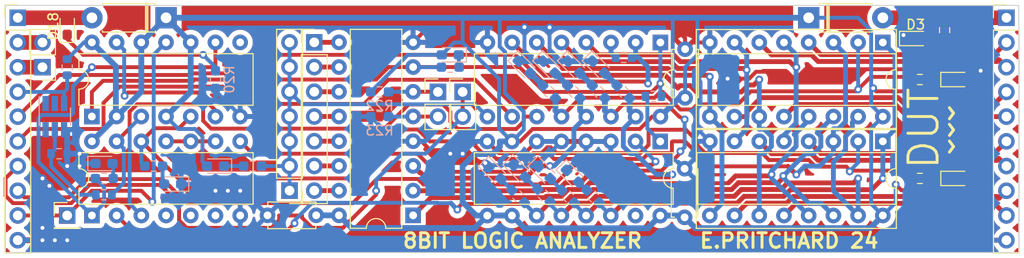
<source format=kicad_pcb>
(kicad_pcb (version 20221018) (generator pcbnew)
  (layers (0 "F.Cu" signal) (31 "B.Cu" signal) (34 "B.Paste" user) (35 "F.Paste" user) (36 "B.SilkS" user "B.Silkscreen") (37 "F.SilkS" user "F.Silkscreen") (38 "B.Mask" user) (39 "F.Mask" user) (44 "Edge.Cuts" user))
  (net 0 "")
  (net 1 "VCC")
  (net 2 "GND")
  (net 3 "Net-(D1-A)")
  (net 4 "Net-(D2-A)")
  (net 5 "/A")
  (net 6 "/B")
  (net 7 "/C")
  (net 8 "/D")
  (net 9 "/E")
  (net 10 "/F")
  (net 11 "/G")
  (net 12 "/H")
  (net 13 "Net-(J2-Pin_2)")
  (net 14 "Net-(J2-Pin_3)")
  (net 15 "/s_clock")
  (net 16 "/s_cs")
  (net 17 "/rec_clock")
  (net 18 "/rec_trig")
  (net 19 "Net-(J3-Pin_1)")
  (net 20 "Net-(J3-Pin_2)")
  (net 21 "Net-(J3-Pin_3)")
  (net 22 "Net-(J3-Pin_4)")
  (net 23 "Net-(J3-Pin_5)")
  (net 24 "Net-(J3-Pin_6)")
  (net 25 "Net-(J3-Pin_7)")
  (net 26 "/card_selected")
  (net 27 "Net-(J5-Pin_1)")
  (net 28 "Net-(J5-Pin_2)")
  (net 29 "Net-(U5-~{K})")
  (net 30 "/logic_analyzer_addr_0")
  (net 31 "/~ram_0_selected")
  (net 32 "/~record")
  (net 33 "/logic_analyzer_data_0")
  (net 34 "/logic_analyzer_data_1")
  (net 35 "/logic_analyzer_data_2")
  (net 36 "/logic_analyzer_data_3")
  (net 37 "/logic_analyzer_addr_3")
  (net 38 "/logic_analyzer_addr_2")
  (net 39 "/logic_analyzer_addr_1")
  (net 40 "Net-(U4-~CS)")
  (net 41 "/clear_command")
  (net 42 "/~ram_1_selected")
  (net 43 "Net-(U5-Q2)")
  (net 44 "Net-(U5-Q1)")
  (net 45 "Net-(U5-Q0)")
  (net 46 "Net-(U7A-C)")
  (net 47 "/~record_halt")
  (net 49 "Net-(U7B-Q)")
  (net 50 "Net-(U8-Pad10)")
  (net 52 "Net-(Q1B-G)")
  (net 53 "/s_data_out")
  (net 54 "/s_data_in")
  (net 55 "Net-(D3-A)")
  (net 56 "Net-(D4-K)")
  (net 57 "Net-(D5-K)")
  (net 58 "Net-(D6-A)")
  (net 59 "Net-(D7-A)")
  (net 60 "Net-(D8-A)")
  (net 61 "Net-(D9-A)")
  (net 62 "Net-(D10-A)")
  (net 63 "Net-(D11-A)")
  (net 64 "Net-(D12-A)")
  (net 65 "Net-(D13-A)")
  (net 66 "Net-(D14-A)")
  (net 67 "Net-(D15-A)")
  (net 68 "Net-(D16-K)")
  (net 69 "Net-(D17-K)")
  (net 70 "Net-(D18-K)")
  (net 71 "Net-(U9-~{MR})")
  (footprint "Connector_PinHeader_2.54mm:PinHeader_1x07_P2.54mm_Vertical" (layer "F.Cu") (at 44.44 34.275 180)
    (fp_text reference "J4" hide)
    (fp_text value "Conn_01x07_Pin" hide)
  )
  (footprint "Connector_PinHeader_2.54mm:PinHeader_1x10_P2.54mm_Vertical" (layer "F.Cu") (at 16.51 16.51)
    (fp_text reference "J2" hide)
    (fp_text value "Conn_01x10_Pin" hide)
  )
  (footprint "Resistor_SMD:R_0603_1608Metric_Pad0.98x0.95mm_HandSolder" (layer "F.Cu") (at 109.22 22.86 180)
    (fp_text reference "R18" hide)
    (fp_text value "470" hide)
  )
  (footprint "Package_DIP:DIP-16_W7.62mm" (layer "F.Cu") (at 57.14 36.815 180)
    (fp_text reference "U6" hide)
    (fp_text value "74LS138" hide)
  )
  (footprint "Package_DIP:DIP-16_W7.62mm" (layer "F.Cu") (at 82.55 19.05 -90)
    (fp_text reference "U5" hide)
    (fp_text value "74LS195" hide)
  )
  (footprint "Capacitor_THT:C_Disc_D4.7mm_W2.5mm_P5.00mm" (layer "F.Cu") (at 85.039517 37.020675 90)
    (fp_text reference "C11" hide)
    (fp_text value "1uF" hide)
  )
  (footprint "Package_DIP:DIP-16_W7.62mm_Socket" (layer "F.Cu") (at 105.41 29.21 -90)
    (fp_text reference "U4" hide)
    (fp_text value "~" hide)
  )
  (footprint "Capacitor_THT:C_Disc_D4.7mm_W2.5mm_P5.00mm" (layer "F.Cu") (at 85.089999 24.73665 90)
    (fp_text reference "C10" hide)
    (fp_text value "1uF" hide)
  )
  (footprint "Package_DIP:DIP-14_W7.62mm" (layer "F.Cu") (at 24.125 26.66 90)
    (fp_text reference "U7" hide)
    (fp_text value "74LS74" hide)
  )
  (footprint "Resistor_SMD:R_0603_1608Metric_Pad0.98x0.95mm_HandSolder" (layer "F.Cu") (at 111.76 17.78 90)
    (fp_text reference "R4" hide)
    (fp_text value "470")
  )
  (footprint "Resistor_SMD:R_0603_1608Metric_Pad0.98x0.95mm_HandSolder" (layer "F.Cu") (at 109.22 33.02 180)
    (fp_text reference "R19" hide)
    (fp_text value "470" hide)
  )
  (footprint "Package_DIP:DIP-14_W7.62mm" (layer "F.Cu") (at 24.13 36.83 90)
    (fp_text reference "U8" hide)
    (fp_text value "74LS00" hide)
  )
  (footprint "LED_SMD:LED_0603_1608Metric_Pad1.05x0.95mm_HandSolder" (layer "F.Cu") (at 21.59 17.385 90)
    (fp_text reference "D18")
    (fp_text value "LED")
  )
  (footprint "Connector_PinHeader_2.54mm:PinHeader_1x01_P2.54mm_Vertical" (layer "F.Cu") (at 21.59 36.83)
    (fp_text reference "J8" hide)
    (fp_text value "Conn_01x01_Pin" hide)
  )
  (footprint "Connector_PinHeader_2.54mm:PinHeader_1x10_P2.54mm_Vertical" (layer "F.Cu") (at 118.11 16.51)
    (fp_text reference "J1" hide)
    (fp_text value "Conn_01x10_Pin" hide)
  )
  (footprint "Connector_PinHeader_2.54mm:PinHeader_1x02_P2.54mm_Vertical" (layer "F.Cu") (at 59.69 24.13)
    (fp_text reference "J5" hide)
    (fp_text value "Conn_01x02_Pin" hide)
  )
  (footprint "LED_SMD:LED_0603_1608Metric_Pad1.05x0.95mm_HandSolder" (layer "F.Cu") (at 113.03 33.02)
    (fp_text reference "D17" hide)
    (fp_text value "LED" hide)
  )
  (footprint "LED_SMD:LED_0603_1608Metric_Pad1.05x0.95mm_HandSolder" (layer "F.Cu") (at 113.03 22.86)
    (fp_text reference "D16" hide)
    (fp_text value "LED" hide)
  )
  (footprint "LED_SMD:LED_0603_1608Metric_Pad1.05x0.95mm_HandSolder" (layer "F.Cu") (at 108.782485 18.643513)
    (fp_text reference "D3")
    (fp_text value "LED")
  )
  (footprint "Diode_THT:D_DO-41_SOD81_P7.62mm_Horizontal" (layer "F.Cu") (at 97.79 16.51)
    (fp_text reference "D2" hide)
    (fp_text value "D" hide)
  )
  (footprint "Package_DIP:DIP-16_W7.62mm" (layer "F.Cu") (at 82.535 29.22 -90)
    (fp_text reference "U9" hide)
    (fp_text value "74LS161" hide)
  )
  (footprint "Connector_PinHeader_2.54mm:PinHeader_1x02_P2.54mm_Vertical" (layer "F.Cu") (at 62.23 24.13)
    (fp_text reference "J6" hide)
    (fp_text value "Conn_01x02_Pin" hide)
  )
  (footprint "Connector_PinHeader_2.54mm:PinHeader_1x02_P2.54mm_Vertical" (layer "F.Cu") (at 19.05 21.59 180)
    (fp_text reference "J7" hide)
    (fp_text value "Conn_01x02_Pin" hide)
  )
  (footprint "Package_DIP:DIP-16_W7.62mm_Socket" (layer "F.Cu") (at 105.41 19.05 -90)
    (fp_text reference "U2" hide)
    (fp_text value "~" hide)
  )
  (footprint "Diode_THT:D_DO-41_SOD81_P7.62mm_Horizontal" (layer "F.Cu") (at 31.75 16.51 180)
    (fp_text reference "D1" hide)
    (fp_text value "D" hide)
  )
  (footprint "Capacitor_THT:C_Disc_D4.7mm_W2.5mm_P5.00mm" (layer "F.Cu") (at 47.17622 36.812393 180)
    (fp_text reference "C4" hide)
    (fp_text value "100nF" hide)
  )
  (footprint "Connector_PinHeader_2.54mm:PinHeader_1x07_P2.54mm_Vertical" (layer "F.Cu") (at 46.98 19.035)
    (fp_text reference "J3" hide)
    (fp_text value "Conn_01x07_Pin" hide)
  )
  (footprint "Resistor_SMD:R_0603_1608Metric_Pad0.98x0.95mm_HandSolder" (layer "B.Cu") (at 73.66 24.13 -45)
    (fp_text reference "R10" hide)
    (fp_text value "470")
  )
  (footprint "Resistor_SMD:R_0603_1608Metric_Pad0.98x0.95mm_HandSolder" (layer "B.Cu") (at 40.64 31.75)
    (fp_text reference "R6" hide)
    (fp_text value "470")
  )
  (footprint "Resistor_SMD:R_0603_1608Metric_Pad0.98x0.95mm_HandSolder" (layer "B.Cu") (at 25.4 33.02 180)
    (fp_text reference "R12" hide)
    (fp_text value "470")
  )
  (footprint "LED_SMD:LED_0603_1608Metric_Pad1.05x0.95mm_HandSolder" (layer "B.Cu") (at 68.05378 32.273871 -45)
    (fp_text reference "D14" hide)
    (fp_text value "LED")
  )
  (footprint "LED_SMD:LED_0603_1608Metric_Pad1.05x0.95mm_HandSolder" (layer "B.Cu") (at 65.5449 32.444143 -45)
    (fp_text reference "D15" hide)
    (fp_text value "LED")
  )
  (footprint "Resistor_SMD:R_0603_1608Metric" (layer "B.Cu") (at 78.780648 20.583945 180)
    (fp_text reference "R5" hide)
    (fp_text value "0")
  )
  (footprint "LED_SMD:LED_0603_1608Metric_Pad1.05x0.95mm_HandSolder" (layer "B.Cu") (at 76.2 21.59 -45)
    (fp_text reference "D6" hide)
    (fp_text value "LED")
  )
  (footprint "Resistor_SMD:R_0603_1608Metric" (layer "B.Cu") (at 25.35881 34.696757 180)
    (fp_text reference "R1" hide)
    (fp_text value "4.7")
  )
  (footprint "Resistor_SMD:R_0603_1608Metric_Pad0.98x0.95mm_HandSolder" (layer "B.Cu") (at 76.2 24.13 -45)
    (fp_text reference "R9" hide)
    (fp_text value "470")
  )
  (footprint "Resistor_SMD:R_0603_1608Metric" (layer "B.Cu") (at 81.831565 24.588855)
    (fp_text reference "R21" hide)
    (fp_text value "0" hide)
  )
  (footprint "Package_TO_SOT_SMD:SOT-23-6_Handsoldering" (layer "B.Cu") (at 20.32 26.67 -90)
    (fp_text reference "Q1" hide)
    (fp_text value "FDG1024NZ")
  )
  (footprint "Resistor_SMD:R_0603_1608Metric_Pad0.98x0.95mm_HandSolder" (layer "B.Cu") (at 30.48 31.75 180)
    (fp_text reference "R13" hide)
    (fp_text value "470")
  )
  (footprint "Resistor_SMD:R_0603_1608Metric_Pad0.98x0.95mm_HandSolder" (layer "B.Cu") (at 60.96 21.59 180)
    (fp_text reference "R7" hide)
    (fp_text value "470")
  )
  (footprint "LED_SMD:LED_0603_1608Metric_Pad1.05x0.95mm_HandSolder" (layer "B.Cu") (at 36.83 31.75 180)
    (fp_text reference "D4" hide)
    (fp_text value "LED")
  )
  (footprint "LED_SMD:LED_0603_1608Metric_Pad1.05x0.95mm_HandSolder" (layer "B.Cu") (at 32.424188 33.599243 180)
    (fp_text reference "D11" hide)
    (fp_text value "LED")
  )
  (footprint "LED_SMD:LED_0603_1608Metric_Pad1.05x0.95mm_HandSolder" (layer "B.Cu") (at 68.58 21.59 -45)
    (fp_text reference "D9" hide)
    (fp_text value "LED")
  )
  (footprint "LED_SMD:LED_0603_1608Metric_Pad1.05x0.95mm_HandSolder" (layer "B.Cu") (at 60.96 20.32 180)
    (fp_text reference "D5" hide)
    (fp_text value "LED")
  )
  (footprint "Resistor_SMD:R_0603_1608Metric_Pad0.98x0.95mm_HandSolder" (layer "B.Cu") (at 73.058099 34.876636 -45)
    (fp_text reference "R15" hide)
    (fp_text value "470")
  )
  (footprint "Resistor_SMD:R_0603_1608Metric" (layer "B.Cu") (at 21.59 21.59 90)
    (fp_text reference "R3" hide)
    (fp_text value "10k")
  )
  (footprint "Resistor_SMD:R_0603_1608Metric_Pad0.98x0.95mm_HandSolder" (layer "B.Cu") (at 67.930162 34.864432 -45)
    (fp_text reference "R17" hide)
    (fp_text value "470")
  )
  (footprint "LED_SMD:LED_0603_1608Metric_Pad1.05x0.95mm_HandSolder" (layer "B.Cu") (at 71.12 21.59 -45)
    (fp_text reference "D8" hide)
    (fp_text value "LED")
  )
  (footprint "Resistor_SMD:R_0603_1608Metric_Pad0.98x0.95mm_HandSolder" (layer "B.Cu") (at 53.6975 24.13)
    (fp_text reference "R22")
    (fp_text value "470")
  )
  (footprint "Resistor_SMD:R_0603_1608Metric_Pad0.98x0.95mm_HandSolder" (layer "B.Cu") (at 53.6975 26.67)
    (fp_text reference "R23")
    (fp_text value "470")
  )
  (footprint "Resistor_SMD:R_0603_1608Metric_Pad0.98x0.95mm_HandSolder" (layer "B.Cu") (at 70.574901 34.771009 -45)
    (fp_text reference "R16" hide)
    (fp_text value "470")
  )
  (footprint "Resistor_SMD:R_0603_1608Metric_Pad0.98x0.95mm_HandSolder" (layer "B.Cu") (at 36.83 22.86 90)
    (fp_text reference "R20")
    (fp_text value "470")
  )
  (footprint "LED_SMD:LED_0603_1608Metric_Pad1.05x0.95mm_HandSolder" (layer "B.Cu") (at 73.66 21.59 -45)
    (fp_text reference "D7" hide)
    (fp_text value "LED")
  )
  (footprint "Resistor_SMD:R_0603_1608Metric_Pad0.98x0.95mm_HandSolder" (layer "B.Cu") (at 78.74 24.13 -45)
    (fp_text reference "R8" hide)
    (fp_text value "470")
  )
  (footprint "LED_SMD:LED_0603_1608Metric_Pad1.05x0.95mm_HandSolder" (layer "B.Cu") (at 70.621783 32.420702 -45)
    (fp_text reference "D13" hide)
    (fp_text value "LED")
  )
  (footprint "Resistor_SMD:R_0603_1608Metric" (layer "B.Cu") (at 20.765 30.48 180)
    (fp_text reference "R2" hide)
    (fp_text value "10k")
  )
  (footprint "Resistor_SMD:R_0603_1608Metric_Pad0.98x0.95mm_HandSolder" (layer "B.Cu") (at 71.12 24.13 -45)
    (fp_text reference "R11" hide)
    (fp_text value "470")
  )
  (footprint "LED_SMD:LED_0603_1608Metric_Pad1.05x0.95mm_HandSolder" (layer "B.Cu") (at 73.527891 32.806594 -45)
    (fp_text reference "D12" hide)
    (fp_text value "LED")
  )
  (footprint "Resistor_SMD:R_0603_1608Metric_Pad0.98x0.95mm_HandSolder" (layer "B.Cu") (at 75.636811 34.871618 -45)
    (fp_text reference "R14" hide)
    (fp_text value "470")
  )
  (footprint "LED_SMD:LED_0603_1608Metric_Pad1.05x0.95mm_HandSolder" (layer "B.Cu") (at 25.371589 31.489171)
    (fp_text reference "D10" hide)
    (fp_text value "LED")
  )
  (gr_rect (start 15.24 15.24) (end 119.38 40.64) (stroke (width 0.1)) (fill none) (layer "Edge.Cuts"))
  (gr_text "^^^" (at 109.154404 25.26481 -90) (layer "F.SilkS") (effects (font (size 3 3) (thickness 0.3)) (justify left bottom)))
  (gr_text "E.PRITCHARD 24" (at 86.441026 40.304919) (layer "F.SilkS") (effects (font (size 1.5 1.5) (thickness 0.3) bold) (justify left bottom)))
  (gr_text "DUT" (at 111.37 32.285 90) (layer "F.SilkS") (effects (font (size 3 3) (thickness 0.3)) (justify left bottom)))
  (gr_text "8BIT LOGIC ANALYZER" (at 55.93029 40.3056) (layer "F.SilkS") (effects (font (size 1.5 1.5) (thickness 0.3) bold) (justify left bottom)))
  (segment (start 107.307509 34.23) (end 106.729728 33.652219) (width 0.4) (layer "F.Cu") (net 1))
  (segment (start 80.437057 27.94) (end 81.707057 26.67) (width 0.4) (layer "F.Cu") (net 1))
  (segment (start 69.417943 27.94) (end 80.437057 27.94) (width 0.4) (layer "F.Cu") (net 1))
  (segment (start 106.729728 33.652219) (end 106.699241 33.621732) (width 0.4) (layer "F.Cu") (net 1))
  (segment (start 68.137943 29.22) (end 69.417943 27.94) (width 0.4) (layer "F.Cu") (net 1))
  (segment (start 112.695 24.07) (end 104.74027 24.07) (width 0.4) (layer "F.Cu") (net 1))
  (segment (start 113.905 22.86) (end 112.695 24.07) (width 0.4) (layer "F.Cu") (net 1))
  (segment (start 113.905 33.415) (end 113.09 34.23) (width 0.4) (layer "F.Cu") (net 1))
  (segment (start 67.295 29.22) (end 68.137943 29.22) (width 0.4) (layer "F.Cu") (net 1))
  (segment (start 113.09 34.23) (end 107.307509 34.23) (width 0.4) (layer "F.Cu") (net 1))
  (segment (start 113.905 33.02) (end 113.905 33.415) (width 0.4) (layer "F.Cu") (net 1))
  (segment (start 81.707057 26.67) (end 82.55 26.67) (width 0.4) (layer "F.Cu") (net 1))
  (segment (start 104.74027 24.07) (end 104.419188 23.748918) (width 0.4) (layer "F.Cu") (net 1))
  (via (at 106.729728 33.652219) (size 0.8) (drill 0.4) (layers "F.Cu" "B.Cu") (net 1))
  (via (at 104.419188 23.748918) (size 0.8) (drill 0.4) (layers "F.Cu" "B.Cu") (net 1))
  (segment (start 84.48335 24.73665) (end 82.55 26.67) (width 0.6) (layer "B.Cu") (net 1))
  (segment (start 52.785 24.13) (end 56.595 20.32) (width 0.4) (layer "B.Cu") (net 1))
  (segment (start 104.21 23.958106) (end 104.419188 23.748918) (width 0.4) (layer "B.Cu") (net 1))
  (segment (start 64.755 36.84) (end 67.295 36.84) (width 0.6) (layer "B.Cu") (net 1))
  (segment (start 62.23 31.752793) (end 63.462793 30.52) (width 0.6) (layer "B.Cu") (net 1))
  (segment (start 86.36 16.51) (end 86.36 20.32) (width 0.4) (layer "B.Cu") (net 1))
  (segment (start 86.36 16.51) (end 97.79 16.51) (width 0.6) (layer "B.Cu") (net 1))
  (segment (start 23.315 19.04) (end 21.59 20.765) (width 0.4) (layer "B.Cu") (net 1))
  (segment (start 35.49 31.285) (end 35.49 28.712943) (width 0.4) (layer "B.Cu") (net 1))
  (segment (start 34.285 24.12) (end 31.745 26.66) (width 0.6) (layer "B.Cu") (net 1))
  (segment (start 50.82 38.115) (end 49.52 36.815) (width 0.6) (layer "B.Cu") (net 1))
  (segment (start 82.535 36.84) (end 84.858842 36.84) (width 0.6) (layer "B.Cu") (net 1))
  (segment (start 56.595 20.32) (end 60.085 20.32) (width 0.4) (layer "B.Cu") (net 1))
  (segment (start 29.205 19.04) (end 29.205 24.12) (width 0.6) (layer "B.Cu") (net 1))
  (segment (start 104.21 27.87) (end 104.21 35.63) (width 0.4) (layer "B.Cu") (net 1))
  (segment (start 104.21 25.47) (end 104.21 23.958106) (width 0.4) (layer "B.Cu") (net 1))
  (segment (start 86.36 20.32) (end 85.09 21.59) (width 0.4) (layer "B.Cu") (net 1))
  (segment (start 65.293478 30.52) (end 66.055 29.758478) (width 0.6) (layer "B.Cu") (net 1))
  (segment (start 66.04 16.51) (end 68.58 16.51) (width 0.4) (layer "B.Cu") (net 1))
  (segment (start 35.49 28.712943) (end 34.717057 27.94) (width 0.4) (layer "B.Cu") (net 1))
  (segment (start 60.085 20.32) (end 61.355 19.05) (width 0.4) (layer "B.Cu") (net 1))
  (segment (start 66.577512 20.014569) (end 66.04 19.477057) (width 0.4) (layer "B.Cu") (net 1))
  (segment (start 68.51 26.172943) (end 66.577512 24.240455) (width 0.4) (layer "B.Cu") (net 1))
  (segment (start 31.755 16.51) (end 34.285 19.04) (width 0.6) (layer "B.Cu") (net 1))
  (segment (start 104.21 23.53973) (end 104.21 17.85) (width 0.4) (layer "B.Cu") (net 1))
  (segment (start 26.665 26.66) (end 26.665 26.675) (width 0.6) (layer "B.Cu") (net 1))
  (segment (start 63.619789 36.84) (end 62.339789 35.56) (width 0.6) (layer "B.Cu") (net 1))
  (segment (start 26.592644 21.507644) (end 24.125 19.04) (width 0.6) (layer "B.Cu") (net 1))
  (segment (start 105.41 36.83) (end 104.11 38.13) (width 0.6) (layer "B.Cu") (net 1))
  (segment (start 29.205 24.12) (end 26.665 26.66) (width 0.6) (layer "B.Cu") (net 1))
  (segment (start 106.729728 35.510272) (end 105.41 36.83) (width 0.4) (layer "B.Cu") (net 1))
  (segment (start 65.97 27.895) (end 65.97 22.79) (width 0.4) (layer "B.Cu") (net 1))
  (segment (start 34.717057 27.94) (end 33.025 27.94) (width 0.4) (layer "B.Cu") (net 1))
  (segment (start 66.577512 24.240455) (end 66.577512 20.014569) (width 0.4) (layer "B.Cu") (net 1))
  (segment (start 83.82 16.51) (end 86.36 16.51) (width 0.6) (layer "B.Cu") (net 1))
  (segment (start 62.23 16.51) (end 68.58 16.51) (width 0.6) (layer "B.Cu") (net 1))
  (segment (start 83.82 25.4) (end 83.82 16.51) (width 0.4) (layer "B.Cu") (net 1))
  (segment (start 47.17622 36.812393) (end 49.517393 36.812393) (width 0.6) (layer "B.Cu") (net 1))
  (segment (start 63.462793 30.52) (end 65.293478 30.52) (width 0.6) (layer "B.Cu") (net 1))
  (segment (start 62.23 19.05) (end 62.23 16.51) (width 0.4) (layer "B.Cu") (net 1))
  (segment (start 65.97 22.79) (end 62.23 19.05) (width 0.4) (layer "B.Cu") (net 1))
  (segment (start 26.665 26.675) (end 24.13 29.21) (width 0.6) (layer "B.Cu") (net 1))
  (segment (start 82.535 36.84) (end 81.28 38.095) (width 0.6) (layer "B.Cu") (net 1))
  (segment (start 84.858842 36.84) (end 85.039517 37.020675) (width 0.6) (layer "B.Cu") (net 1))
  (segment (start 62.292241 35.56) (end 62.23 35.497759) (width 0.6) (layer "B.Cu") (net 1))
  (segment (start 82.55 26.67) (end 83.82 25.4) (width 0.4) (layer "B.Cu") (net 1))
  (segment (start 49.517393 36.812393) (end 49.52 36.815) (width 0.6) (layer "B.Cu") (net 1))
  (segment (start 85.089999 24.73665) (end 84.48335 24.73665) (width 0.6) (layer "B.Cu") (net 1))
  (segment (start 104.21 35.63) (end 105.41 36.83) (width 0.4) (layer "B.Cu") (net 1))
  (segment (start 68.51 28.005) (end 68.51 26.172943) (width 0.4) (layer "B.Cu") (net 1))
  (segment (start 62.23 35.497759) (end 62.23 31.752793) (width 0.6) (layer "B.Cu") (net 1))
  (segment (start 68.595 38.14) (end 67.295 36.84) (width 0.6) (layer "B.Cu") (net 1))
  (segment (start 29.22 19.04) (end 31.75 16.51) (width 0.6) (layer "B.Cu") (net 1))
  (segment (start 81.28 38.095) (end 81.28 38.1) (width 0.6) (layer "B.Cu") (net 1))
  (segment (start 66.055 29.758478) (end 66.055 29.22) (width 0.6) (layer "B.Cu") (net 1))
  (segment (start 102.87 16.51) (end 97.79 16.51) (width 0.4) (layer "B.Cu") (net 1))
  (segment (start 31.75 16.51) (end 62.23 16.51) (width 0.6) (layer "B.Cu") (net 1))
  (segment (start 104.419188 23.748918) (end 104.21 23.53973) (width 0.4) (layer "B.Cu") (net 1))
  (segment (start 29.205 19.04) (end 29.22 19.04) (width 0.6) (layer "B.Cu") (net 1))
  (segment (start 35.955 31.75) (end 35.49 31.285) (width 0.4) (layer "B.Cu") (net 1))
  (segment (start 66.04 19.477057) (end 66.04 16.51) (width 0.4) (layer "B.Cu") (net 1))
  (segment (start 61.355 19.05) (end 62.23 19.05) (width 0.4) (layer "B.Cu") (net 1))
  (segment (start 67.295 29.22) (end 68.51 28.005) (width 0.4) (layer "B.Cu") (net 1))
  (segment (start 105.41 26.67) (end 104.21 27.87) (width 0.4) (layer "B.Cu") (net 1))
  (segment (start 62.339789 35.56) (end 62.292241 35.56) (width 0.6) (layer "B.Cu") (net 1))
  (segment (start 104.21 17.85) (end 102.87 16.51) (width 0.4) (layer "B.Cu") (net 1))
  (segment (start 26.665 26.66) (end 26.592644 26.587644) (width 0.6) (layer "B.Cu") (net 1))
  (segment (start 81.28 38.1) (end 81.24 38.14) (width 0.6) (layer "B.Cu") (net 1))
  (segment (start 105.41 26.67) (end 104.21 25.47) (width 0.4) (layer "B.Cu") (net 1))
  (segment (start 31.75 16.51) (end 31.755 16.51) (width 0.4) (layer "B.Cu") (net 1))
  (segment (start 66.055 29.22) (end 67.295 29.22) (width 0.6) (layer "B.Cu") (net 1))
  (segment (start 67.295 36.84) (end 63.619789 36.84) (width 0.6) (layer "B.Cu") (net 1))
  (segment (start 63.48 38.115) (end 50.82 38.115) (width 0.6) (layer "B.Cu") (net 1))
  (segment (start 67.295 29.22) (end 65.97 27.895) (width 0.4) (layer "B.Cu") (net 1))
  (segment (start 85.09 21.59) (end 85.089999 24.73665) (width 0.4) (layer "B.Cu") (net 1))
  (segment (start 104.11 38.13) (end 86.148842 38.13) (width 0.6) (layer "B.Cu") (net 1))
  (segment (start 34.285 19.04) (end 34.285 24.12) (width 0.6) (layer "B.Cu") (net 1))
  (segment (start 68.58 16.51) (end 83.82 16.51) (width 0.6) (layer "B.Cu") (net 1))
  (segment (start 86.148842 38.13) (end 85.039517 37.020675) (width 0.6) (layer "B.Cu") (net 1))
  (segment (start 106.729728 33.652219) (end 106.729728 35.510272) (width 0.4) (layer "B.Cu") (net 1))
  (segment (start 26.592644 26.587644) (end 26.592644 21.507644) (width 0.6) (layer "B.Cu") (net 1))
  (segment (start 24.125 19.04) (end 23.315 19.04) (width 0.4) (layer "B.Cu") (net 1))
  (segment (start 81.24 38.14) (end 68.595 38.14) (width 0.6) (layer "B.Cu") (net 1))
  (segment (start 33.025 27.94) (end 31.745 26.66) (width 0.4) (layer "B.Cu") (net 1))
  (segment (start 64.755 36.84) (end 63.48 38.115) (width 0.6) (layer "B.Cu") (net 1))
  (segment (start 89.458919 22.76854) (end 89.692452 22.76854) (width 0.4) (layer "F.Cu") (net 2))
  (segment (start 85.089999 19.73665) (end 85.089999 18.60528) (width 0.4) (layer "F.Cu") (net 2))
  (segment (start 107.533621 18.292648) (end 107.55662 18.292648) (width 0.4) (layer "F.Cu") (net 2))
  (segment (start 95.581371 22.06) (end 96.381371 22.86) (width 0.4) (layer "F.Cu") (net 2))
  (segment (start 20.829134 33.780866) (end 22.86 31.75) (width 0.6) (layer "F.Cu") (net 2))
  (segment (start 69.835 29.22) (end 72.375 29.22) (width 0.4) (layer "F.Cu") (net 2))
  (segment (start 89.458919 22.76854) (end 89.458919 22.535007) (width 0.4) (layer "F.Cu") (net 2))
  (segment (start 87.63 19.05) (end 85.776649 19.05) (width 0.4) (layer "F.Cu") (net 2))
  (segment (start 57.988529 29.195) (end 59.273529 30.48) (width 0.4) (layer "F.Cu") (net 2))
  (segment (start 85.089999 18.60528) (end 83.98054 17.495821) (width 0.4) (layer "F.Cu") (net 2))
  (segment (start 19.759535 33.780866) (end 20.829134 33.780866) (width 0.6) (layer "F.Cu") (net 2))
  (segment (start 64.755 29.22) (end 65.955 30.42) (width 0.4) (layer "F.Cu") (net 2))
  (segment (start 20.32 31.75) (end 19.05 33.02) (width 0.6) (layer "F.Cu") (net 2))
  (segment (start 59.273529 30.48) (end 60.96 30.48) (width 0.4) (layer "F.Cu") (net 2))
  (segment (start 89.693412 22.7695) (end 91.669129 22.7695) (width 0.4) (layer "F.Cu") (net 2))
  (segment (start 64.556594 31.434972) (end 63.184972 31.434972) (width 0.4) (layer "F.Cu") (net 2))
  (segment (start 71.164363 17.495821) (end 58.679179 17.495821) (width 0.4) (layer "F.Cu") (net 2))
  (segment (start 21.59 31.75) (end 20.32 31.75) (width 0.6) (layer "F.Cu") (net 2))
  (segment (start 89.458919 22.535007) (end 89.453945 22.530033) (width 0.4) (layer "F.Cu") (net 2))
  (segment (start 57.14 29.195) (end 57.988529 29.195) (width 0.4) (layer "F.Cu") (net 2))
  (segment (start 68.635 30.42) (end 69.835 29.22) (width 0.4) (layer "F.Cu") (net 2))
  (segment (start 89.692452 22.76854) (end 89.693412 22.7695) (width 0.4) (layer "F.Cu") (net 2))
  (segment (start 16.51 39.37) (end 19.05 39.37) (width 0.6) (layer "F.Cu") (net 2))
  (segment (start 91.669129 22.7695) (end 92.378629 22.06) (width 0.4) (layer "F.Cu") (net 2))
  (segment (start 83.98054 17.495821) (end 71.164363 17.495821) (width 0.4) (layer "F.Cu") (net 2))
  (segment (start 97.443588 21.797783) (end 115.310865 21.797783) (width 0.4) (layer "F.Cu") (net 2))
  (segment (start 65.955 30.42) (end 68.635 30.42) (width 0.4) (layer "F.Cu") (net 2))
  (segment (start 85.776649 19.05) (end 85.089999 19.73665) (width 0.4) (layer "F.Cu") (net 2))
  (segment (start 107.55662 18.292648) (end 107.907485 18.643513) (width 0.4) (layer "F.Cu") (net 2))
  (segment (start 96.381371 22.86) (end 97.443588 21.797783) (width 0.4) (layer "F.Cu") (net 2))
  (segment (start 58.679179 17.495821) (end 57.14 19.035) (width 0.4) (layer "F.Cu") (net 2))
  (segment (start 92.378629 22.06) (end 95.581371 22.06) (width 0.4) (layer "F.Cu") (net 2))
  (segment (start 115.310865 21.797783) (end 115.465261 21.952179) (width 0.4) (layer "F.Cu") (net 2))
  (segment (start 63.184972 31.434972) (end 62.23 30.48) (width 0.4) (layer "F.Cu") (net 2))
  (via (at 21.59 31.75) (size 0.8) (drill 0.4) (layers "F.Cu" "B.Cu") (net 2))
  (via (at 19.759535 33.780866) (size 0.8) (drill 0.4) (layers "F.Cu" "B.Cu") (net 2))
  (via (at 38.1 34.29) (size 0.8) (drill 0.4) (layers "F.Cu" "B.Cu") (net 2))
  (via (at 20.32 39.37) (size 0.8) (drill 0.4) (layers "F.Cu" "B.Cu") (net 2))
  (via (at 89.458919 22.76854) (size 0.8) (drill 0.4) (layers "F.Cu" "B.Cu") (net 2))
  (via (at 36.83 34.29) (size 0.8) (drill 0.4) (layers "F.Cu" "B.Cu") (net 2))
  (via (at 22.86 30.48) (size 0.8) (drill 0.4) (layers "F.Cu" "B.Cu") (net 2))
  (via (at 19.05 38.1) (size 0.8) (drill 0.4) (layers "F.Cu" "B.Cu") (net 2))
  (via (at 107.533621 18.292648) (size 0.8) (drill 0.4) (layers "F.Cu" "B.Cu") (net 2))
  (via (at 68.580632 17.472956) (size 0.8) (drill 0.4) (layers "F.Cu" "B.Cu") (net 2))
  (via (at 19.05 39.37) (size 0.8) (drill 0.4) (layers "F.Cu" "B.Cu") (net 2))
  (via (at 115.465261 21.952179) (size 0.8) (drill 0.4) (layers "F.Cu" "B.Cu") (net 2))
  (via (at 22.86 31.75) (size 0.8) (drill 0.4) (layers "F.Cu" "B.Cu") (net 2))
  (via (at 64.556594 31.434972) (size 0.8) (drill 0.4) (layers "F.Cu" "B.Cu") (net 2))
  (via (at 21.59 39.37) (size 0.8) (drill 0.4) (layers "F.Cu" "B.Cu") (net 2))
  (via (at 71.164363 17.495821) (size 0.8) (drill 0.4) (layers "F.Cu" "B.Cu") (net 2))
  (via (at 19.05 33.02) (size 0.8) (drill 0.4) (layers "F.Cu" "B.Cu") (net 2))
  (via (at 62.23 30.48) (size 0.8) (drill 0.4) (layers "F.Cu" "B.Cu") (net 2))
  (via (at 60.96 30.48) (size 0.8) (drill 0.4) (layers "F.Cu" "B.Cu") (net 2))
  (via (at 39.37 34.29) (size 0.8) (drill 0.4) (layers "F.Cu" "B.Cu") (net 2))
  (segment (start 71.164363 19.745645) (end 72.39 20.971282) (width 0.4) (layer "B.Cu") (net 2))
  (segment (start 21.59 31.75) (end 22.86 31.75) (width 0.6) (layer "B.Cu") (net 2))
  (segment (start 42.17622 36.812393) (end 39.653827 34.29) (width 0.4) (layer "B.Cu") (net 2))
  (segment (start 39.365 26.552812) (end 36.83 24.017812) (width 0.4) (layer "B.Cu") (net 2))
  (segment (start 52.785 26.67) (end 55.31 29.195) (width 0.4) (layer "B.Cu") (net 2))
  (segment (start 70.003065 31.801984) (end 70.003065 31.591935) (width 0.4) (layer "B.Cu") (net 2))
  (segment (start 20.32 39.37) (end 19.05 39.37) (width 0.6) (layer "B.Cu") (net 2))
  (segment (start 64.755 29.22) (end 63.49 29.22) (width 0.4) (layer "B.Cu") (net 2))
  (segment (start 21.59 28.34) (end 21.27 28.02) (width 0.6) (layer "B.Cu") (net 2))
  (segment (start 63.49 29.22) (end 62.23 30.48) (width 0.4) (layer "B.Cu") (net 2))
  (segment (start 38.1 34.29) (end 39.37 35.56) (width 0.4) (layer "B.Cu") (net 2))
  (segment (start 72.39 20.971282) (end 67.961282 20.971282) (width 0.6) (layer "B.Cu") (net 2))
  (segment (start 75.581282 20.971282) (end 72.39 20.971282) (width 0.6) (layer "B.Cu") (net 2))
  (segment (start 72.909173 32.187876) (end 74.915 30.182049) (width 0.4) (layer "B.Cu") (net 2))
  (segment (start 65.096454 31.655153) (end 64.926182 31.825425) (width 0.4) (layer "B.Cu") (net 2))
  (segment (start 39.365 26.66) (end 39.365 26.552812) (width 0.4) (layer "B.Cu") (net 2))
  (segment (start 71.164363 17.495821) (end 71.164363 19.745645) (width 0.4) (layer "B.Cu") (net 2))
  (segment (start 86.36 22.708129) (end 86.36 27.94) (width 0.4) (layer "B.Cu") (net 2))
  (segment (start 87.63 19.05) (end 87.63 20.939621) (width 0.4) (layer "B.Cu") (net 2))
  (segment (start 19.05 39.37) (end 19.05 38.1) (width 0.6) (layer "B.Cu") (net 2))
  (segment (start 55.31 29.195) (end 57.14 29.195) (width 0.4) (layer "B.Cu") (net 2))
  (segment (start 21.59 39.37) (end 20.32 39.37) (width 0.6) (layer "B.Cu") (net 2))
  (segment (start 111.193152 21.952179) (end 115.465261 21.952179) (width 0.4) (layer "B.Cu") (net 2))
  (segment (start 21.59 30.48) (end 22.86 30.48) (width 0.6) (layer "B.Cu") (net 2))
  (segment (start 21.59 30.48) (end 21.59 28.34) (width 0.6) (layer "B.Cu") (net 2))
  (segment (start 68.580632 20.351932) (end 67.961282 20.971282) (width 0.4) (layer "B.Cu") (net 2))
  (segment (start 87.63 21.438129) (end 86.36 22.708129) (width 0.4) (layer "B.Cu") (net 2))
  (segment (start 36.139243 33.599243) (end 36.83 34.29) (width 0.4) (layer "B.Cu") (net 2))
  (segment (start 87.63 19.05) (end 87.63 21.438129) (width 0.4) (layer "B.Cu") (net 2))
  (segment (start 19.05 33.071331) (end 19.759535 33.780866) (width 0.6) (layer "B.Cu") (net 2))
  (segment (start 74.915 30.182049) (end 74.915 29.22) (width 0.4) (layer "B.Cu") (net 2))
  (segment (start 39.653827 34.29) (end 39.37 34.29) (width 0.4) (layer "B.Cu") (net 2))
  (segment (start 70.003065 31.591935) (end 72.375 29.22) (width 0.4) (layer "B.Cu") (net 2))
  (segment (start 21.59 30.48) (end 21.59 31.75) (width 0.6) (layer "B.Cu") (net 2))
  (segment (start 86.36 27.94) (end 87.63 29.21) (width 0.4) (layer "B.Cu") (net 2))
  (segment (start 68.580632 17.472956) (end 68.580632 20.351932) (width 0.4) (layer "B.Cu") (net 2))
  (segment (start 24.496589 31.489171) (end 23.120829 31.489171) (width 0.4) (layer "B.Cu") (net 2))
  (segment (start 107.533621 18.292648) (end 111.193152 21.952179) (width 0.4) (layer "B.Cu") (net 2))
  (segment (start 67.435062 31.655153) (end 65.096454 31.655153) (width 0.4) (layer "B.Cu") (net 2))
  (segment (start 87.63 20.939621) (end 89.458919 22.76854) (width 0.4) (layer "B.Cu") (net 2))
  (segment (start 67.581893 31.801984) (end 67.435062 31.655153) (width 0.4) (layer "B.Cu") (net 2))
  (segment (start 39.37 35.56) (end 39.37 36.83) (width 0.4) (layer "B.Cu") (net 2))
  (segment (start 19.05 33.02) (end 19.05 33.071331) (width 0.6) (layer "B.Cu") (net 2))
  (segment (start 36.83 34.29) (end 38.1 34.29) (width 0.4) (layer "B.Cu") (net 2))
  (segment (start 39.37 34.29) (end 38.1 34.29) (width 0.4) (layer "B.Cu") (net 2))
  (segment (start 70.003065 31.801984) (end 67.581893 31.801984) (width 0.4) (layer "B.Cu") (net 2))
  (segment (start 22.86 30.48) (end 22.86 31.75) (width 0.6) (layer "B.Cu") (net 2))
  (segment (start 23.120829 31.489171) (end 22.86 31.75) (width 0.4) (layer "B.Cu") (net 2))
  (segment (start 60.96 30.48) (end 62.23 30.48) (width 0.4) (layer "B.Cu") (net 2))
  (segment (start 19.05 38.1) (end 19.05 33.02) (width 0.6) (layer "B.Cu") (net 2))
  (segment (start 33.299188 33.599243) (end 36.139243 33.599243) (width 0.4) (layer "B.Cu") (net 2))
  (segment (start 16.51 16.51) (end 24.13 16.51) (width 1.5) (layer "F.Cu") (net 3))
  (segment (start 118.11 16.51) (end 105.41 16.51) (width 1.5) (layer "F.Cu") (net 4))
  (segment (start 116.86 20.3) (end 99.04 20.3) (width 0.5) (layer "F.Cu") (net 5))
  (segment (start 99.04 20.3) (end 97.79 19.05) (width 0.5) (layer "F.Cu") (net 5))
  (segment (start 118.11 19.05) (end 116.86 20.3) (width 0.5) (layer "F.Cu") (net 5))
  (segment (start 98.07005 20.32) (end 93.98 20.32) (width 0.5) (layer "F.Cu") (net 6))
  (segment (start 117.334975 20.814975) (end 117.149949 21) (width 0.5) (layer "F.Cu") (net 6))
  (segment (start 118.11 21.59) (end 117.334975 20.814975) (width 0.5) (layer "F.Cu") (net 6))
  (segment (start 93.98 20.32) (end 92.71 19.05) (width 0.5) (layer "F.Cu") (net 6))
  (segment (start 98.75005 21) (end 98.07005 20.32) (width 0.5) (layer "F.Cu") (net 6))
  (segment (start 117.149949 21) (end 98.75005 21) (width 0.5) (layer "F.Cu") (net 6))
  (segment (start 90.17 26.67) (end 91.46 26.67) (width 0.5) (layer "F.Cu") (net 7))
  (segment (start 116.27 25.97) (end 118.11 24.13) (width 0.5) (layer "F.Cu") (net 7))
  (segment (start 91.46 26.152233) (end 92.892233 24.72) (width 0.5) (layer "F.Cu") (net 7))
  (segment (start 92.892233 24.72) (end 106.98995 24.72) (width 0.5) (layer "F.Cu") (net 7))
  (segment (start 106.98995 24.72) (end 108.23995 25.97) (width 0.5) (layer "F.Cu") (net 7))
  (segment (start 108.23995 25.97) (end 116.27 25.97) (width 0.5) (layer "F.Cu") (net 7))
  (segment (start 91.46 26.67) (end 91.46 26.152233) (width 0.5) (layer "F.Cu") (net 7))
  (segment (start 96.5 25.42) (end 106.7 25.42) (width 0.5) (layer "F.Cu") (net 8))
  (segment (start 106.7 25.42) (end 107.95 26.67) (width 0.5) (layer "F.Cu") (net 8))
  (segment (start 95.25 26.67) (end 96.5 25.42) (width 0.5) (layer "F.Cu") (net 8))
  (segment (start 107.95 26.67) (end 118.11 26.67) (width 0.5) (layer "F.Cu") (net 8))
  (segment (start 99.04 30.46) (end 97.79 29.21) (width 0.5) (layer "F.Cu") (net 9))
  (segment (start 116.86 30.46) (end 99.04 30.46) (width 0.5) (layer "F.Cu") (net 9))
  (segment (start 118.11 29.21) (end 116.86 30.46) (width 0.5) (layer "F.Cu") (net 9))
  (segment (start 98.07005 30.48) (end 93.98 30.48) (width 0.5) (layer "F.Cu") (net 10))
  (segment (start 118.11 31.75) (end 117.334975 30.974975) (width 0.5) (layer "F.Cu") (net 10))
  (segment (start 98.75005 31.16) (end 98.07005 30.48) (width 0.5) (layer "F.Cu") (net 10))
  (segment (start 117.149949 31.16) (end 98.75005 31.16) (width 0.5) (layer "F.Cu") (net 10))
  (segment (start 117.334975 30.974975) (end 117.149949 31.16) (width 0.5) (layer "F.Cu") (net 10))
  (segment (start 93.98 30.48) (end 92.71 29.21) (width 0.5) (layer "F.Cu") (net 10))
  (segment (start 95.53005 35.56) (end 96.210051 34.88) (width 0.5) (layer "F.Cu") (net 11))
  (segment (start 117.334975 35.065025) (end 118.11 34.29) (width 0.5) (layer "F.Cu") (net 11))
  (segment (start 91.44 35.56) (end 95.53005 35.56) (width 0.5) (layer "F.Cu") (net 11))
  (segment (start 90.17 36.83) (end 91.44 35.56) (width 0.5) (layer "F.Cu") (net 11))
  (segment (start 96.210051 34.88) (end 117.149949 34.88) (width 0.5) (layer "F.Cu") (net 11))
  (segment (start 117.149949 34.88) (end 117.334975 35.065025) (width 0.5) (layer "F.Cu") (net 11))
  (segment (start 96.5 35.58) (end 116.86 35.58) (width 0.5) (layer "F.Cu") (net 12))
  (segment (start 95.25 36.83) (end 96.5 35.58) (width 0.5) (layer "F.Cu") (net 12))
  (segment (start 116.86 35.58) (end 118.11 36.83) (width 0.5) (layer "F.Cu") (net 12))
  (segment (start 16.51 19.05) (end 19.05 19.05) (width 1.5) (layer "F.Cu") (net 13))
  (segment (start 16.51 21.59) (end 19.05 21.59) (width 1.5) (layer "F.Cu") (net 14))
  (segment (start 17.78 27.94) (end 16.51 29.21) (width 0.4) (layer "F.Cu") (net 15))
  (segment (start 63.52 22.88) (end 54.59 22.88) (width 0.4) (layer "F.Cu") (net 15))
  (segment (start 52.105 25.365) (end 39.335 25.365) (width 0.4) (layer "F.Cu") (net 15))
  (segment (start 25.245 27.94) (end 17.78 27.94) (width 0.4) (layer "F.Cu") (net 15))
  (segment (start 25.325 25.253971) (end 25.325 27.86) (width 0.4) (layer "F.Cu") (net 15))
  (segment (start 67.31 26.67) (end 63.52 22.88) (width 0.4) (layer "F.Cu") (net 15))
  (segment (start 54.59 22.88) (end 52.105 25.365) (width 0.4) (layer "F.Cu") (net 15))
  (segment (start 37.56 23.59) (end 26.988971 23.59) (width 0.4) (layer "F.Cu") (net 15))
  (segment (start 26.988971 23.59) (end 25.325 25.253971) (width 0.4) (layer "F.Cu") (net 15))
  (segment (start 25.325 27.86) (end 25.245 27.94) (width 0.4) (layer "F.Cu") (net 15))
  (segment (start 39.335 25.365) (end 37.56 23.59) (width 0.4) (layer "F.Cu") (net 15))
  (segment (start 53.34 34.692057) (end 49.932057 38.1) (width 0.4) (layer "F.Cu") (net 16))
  (segment (start 45.72 37.05323) (end 45.72 36.83) (width 0.4) (layer "F.Cu") (net 16))
  (segment (start 33.09 35.63) (end 31.15 33.69) (width 0.4) (layer "F.Cu") (net 16))
  (segment (start 33.09 37.327057) (end 33.09 35.63) (width 0.4) (layer "F.Cu") (net 16))
  (segment (start 62.23 24.13) (end 62.23 26.67) (width 0.4) (layer "F.Cu") (net 16))
  (segment (start 22.011472 35.56) (end 16.012233 35.56) (width 0.4) (layer "F.Cu") (net 16))
  (segment (start 43.37622 36.83) (end 43.37622 37.30945) (width 0.4) (layer "F.Cu") (net 16))
  (segment (start 45.72 36.83) (end 43.37622 36.83) (width 0.4) (layer "F.Cu") (net 16))
  (segment (start 42.58567 38.1) (end 33.862943 38.1) (width 0.4) (layer "F.Cu") (net 16))
  (segment (start 15.26 34.807767) (end 15.26 33) (width 0.4) (layer "F.Cu") (net 16))
  (segment (start 49.932057 38.1) (end 46.76677 38.1) (width 0.4) (layer "F.Cu") (net 16))
  (segment (start 43.37622 37.30945) (end 42.58567 38.1) (width 0.4) (layer "F.Cu") (net 16))
  (segment (start 31.15 33.69) (end 23.881472 33.69) (width 0.4) (layer "F.Cu") (net 16))
  (segment (start 33.862943 38.1) (end 33.09 37.327057) (width 0.4) (layer "F.Cu") (net 16))
  (segment (start 16.012233 35.56) (end 15.26 34.807767) (width 0.4) (layer "F.Cu") (net 16))
  (segment (start 23.881472 33.69) (end 22.011472 35.56) (width 0.4) (layer "F.Cu") (net 16))
  (segment (start 46.76677 38.1) (end 45.72 37.05323) (width 0.4) (layer "F.Cu") (net 16))
  (segment (start 15.26 33) (end 16.51 31.75) (width 0.4) (layer "F.Cu") (net 16))
  (segment (start 53.34 34.29) (end 53.34 34.692057) (width 0.4) (layer "F.Cu") (net 16))
  (via (at 53.34 34.29) (size 0.8) (drill 0.4) (layers "F.Cu" "B.Cu") (net 16))
  (segment (start 56.018629 30.48) (end 58.42 30.48) (width 0.4) (layer "B.Cu") (net 16))
  (segment (start 53.34 34.29) (end 53.34 33.158629) (width 0.4) (layer "B.Cu") (net 16))
  (segment (start 58.42 30.48) (end 62.23 26.67) (width 0.4) (layer "B.Cu") (net 16))
  (segment (start 53.34 33.158629) (end 56.018629 30.48) (width 0.4) (layer "B.Cu") (net 16))
  (segment (start 31.398528 33.09) (end 23.632944 33.09) (width 0.4) (layer "F.Cu") (net 17))
  (segment (start 53.423629 33.075) (end 50.938629 35.56) (width 0.4) (layer "F.Cu") (net 17))
  (segment (start 74.217056 31.62) (end 74.157056 31.68) (width 0.4) (layer "F.Cu") (net 17))
  (segment (start 23.632944 33.09) (end 21.762944 34.96) (width 0.4) (layer "F.Cu") (net 17))
  (segment (start 58.202057 33.64) (end 57.637057 33.075) (width 0.4) (layer "F.Cu") (net 17))
  (segment (start 81.714 31.62) (end 74.217056 31.62) (width 0.4) (layer "F.Cu") (net 17))
  (segment (start 73.645911 31.68) (end 71.815911 33.51) (width 0.4) (layer "F.Cu") (net 17))
  (segment (start 71.815911 33.51) (end 70.265863 33.51) (width 0.4) (layer "F.Cu") (net 17))
  (segment (start 50.938629 35.56) (end 33.868528 35.56) (width 0.4) (layer "F.Cu") (net 17))
  (segment (start 21.762944 34.96) (end 17.18 34.96) (width 0.4) (layer "F.Cu") (net 17))
  (segment (start 70.265863 33.51) (end 70.135863 33.64) (width 0.4) (layer "F.Cu") (net 17))
  (segment (start 57.637057 33.075) (end 53.423629 33.075) (width 0.4) (layer "F.Cu") (net 17))
  (segment (start 82.0545 31.2795) (end 81.714 31.62) (width 0.4) (layer "F.Cu") (net 17))
  (segment (start 17.18 34.96) (end 16.51 34.29) (width 0.4) (layer "F.Cu") (net 17))
  (segment (start 70.135863 33.64) (end 58.202057 33.64) (width 0.4) (layer "F.Cu") (net 17))
  (segment (start 74.157056 31.68) (end 73.645911 31.68) (width 0.4) (layer "F.Cu") (net 17))
  (segment (start 33.868528 35.56) (end 31.398528 33.09) (width 0.4) (layer "F.Cu") (net 17))
  (via (at 82.0545 31.2795) (size 0.8) (drill 0.4) (layers "F.Cu" "B.Cu") (net 17))
  (segment (start 82.0545 31.2795) (end 79.995 29.22) (width 0.4) (layer "B.Cu") (net 17))
  (segment (start 29.21 34.29) (end 24.13 34.29) (width 0.4) (layer "F.Cu") (net 18))
  (segment (start 24.13 34.29) (end 21.59 36.83) (width 0.4) (layer "F.Cu") (net 18))
  (segment (start 16.51 36.83) (end 21.59 36.83) (width 0.4) (layer "F.Cu") (net 18))
  (segment (start 30.336139 35.416139) (end 29.21 34.29) (width 0.4) (layer "F.Cu") (net 18))
  (via (at 30.336139 35.416139) (size 0.8) (drill 0.4) (layers "F.Cu" "B.Cu") (net 18))
  (segment (start 30.48 20.305) (end 31.745 19.04) (width 0.4) (layer "B.Cu") (net 18))
  (segment (start 30.336139 35.416139) (end 30.48 35.272278) (width 0.4) (layer "B.Cu") (net 18))
  (segment (start 30.48 35.272278) (end 30.48 20.305) (width 0.4) (layer "B.Cu") (net 18))
  (segment (start 49.52 19.035) (end 46.98 19.035) (width 0.5) (layer "F.Cu") (net 19))
  (segment (start 46.98 21.575) (end 49.52 21.575) (width 0.5) (layer "F.Cu") (net 20))
  (segment (start 49.52 24.115) (end 46.98 24.115) (width 0.5) (layer "F.Cu") (net 21))
  (segment (start 46.98 26.655) (end 49.52 26.655) (width 0.5) (layer "F.Cu") (net 22))
  (segment (start 49.52 29.195) (end 46.98 29.195) (width 0.5) (layer "F.Cu") (net 23))
  (segment (start 46.98 31.735) (end 49.52 31.735) (width 0.5) (layer "F.Cu") (net 24))
  (segment (start 49.52 34.275) (end 46.98 34.275) (width 0.5) (layer "F.Cu") (net 25))
  (segment (start 44.44 31.735) (end 44.44 34.275) (width 0.4) (layer "B.Cu") (net 26))
  (segment (start 44.44 26.655) (end 44.44 29.195) (width 0.4) (layer "B.Cu") (net 26))
  (segment (start 44.44 29.195) (end 44.44 31.735) (width 0.4) (layer "B.Cu") (net 26))
  (segment (start 41.5525 31.75) (end 44.425 31.75) (width 0.4) (layer "B.Cu") (net 26))
  (segment (start 44.44 19.035) (end 44.44 21.575) (width 0.4) (layer "B.Cu") (net 26))
  (segment (start 64.77 26.67) (end 63.5 25.4) (width 0.4) (layer "B.Cu") (net 26))
  (segment (start 45.725 25.4) (end 44.44 24.115) (width 0.4) (layer "B.Cu") (net 26))
  (segment (start 44.44 24.115) (end 44.44 26.655) (width 0.4) (layer "B.Cu") (net 26))
  (segment (start 63.5 25.4) (end 45.725 25.4) (width 0.4) (layer "B.Cu") (net 26))
  (segment (start 44.425 31.75) (end 44.44 31.735) (width 0.4) (layer "B.Cu") (net 26))
  (segment (start 44.44 24.115) (end 44.44 21.575) (width 0.4) (layer "B.Cu") (net 26))
  (segment (start 59.675 24.115) (end 59.69 24.13) (width 0.4) (layer "F.Cu") (net 27))
  (segment (start 57.14 24.115) (end 59.675 24.115) (width 0.4) (layer "F.Cu") (net 27))
  (segment (start 57.14 24.115) (end 54.625 24.115) (width 0.4) (layer "B.Cu") (net 27))
  (segment (start 54.625 24.115) (end 54.61 24.13) (width 0.4) (layer "B.Cu") (net 27))
  (segment (start 57.155 26.67) (end 57.14 26.655) (width 0.4) (layer "F.Cu") (net 28))
  (segment (start 59.69 26.67) (end 57.155 26.67) (width 0.4) (layer "F.Cu") (net 28))
  (segment (start 57.125 26.67) (end 57.14 26.655) (width 0.4) (layer "B.Cu") (net 28))
  (segment (start 54.61 26.67) (end 57.125 26.67) (width 0.4) (layer "B.Cu") (net 28))
  (segment (start 77.47 19.05) (end 77.47 20.098297) (width 0.5) (layer "B.Cu") (net 29))
  (segment (start 77.47 20.098297) (end 77.955648 20.583945) (width 0.5) (layer "B.Cu") (net 29))
  (segment (start 105.41 33.02) (end 104.25 34.18) (width 0.5) (layer "F.Cu") (net 30))
  (segment (start 95.920102 34.18) (end 95.240101 34.86) (width 0.5) (layer "F.Cu") (net 30))
  (segment (start 104.25 34.18) (end 95.920102 34.18) (width 0.5) (layer "F.Cu") (net 30))
  (segment (start 95.240101 34.86) (end 91.15005 34.86) (width 0.5) (layer "F.Cu") (net 30))
  (segment (start 91.15005 34.86) (end 90.45005 35.56) (width 0.5) (layer "F.Cu") (net 30))
  (segment (start 78.735 35.56) (end 77.455 36.84) (width 0.5) (layer "F.Cu") (net 30))
  (segment (start 90.45005 35.56) (end 78.735 35.56) (width 0.5) (layer "F.Cu") (net 30))
  (via (at 105.41 33.02) (size 0.8) (drill 0.4) (layers "F.Cu" "B.Cu") (net 30))
  (segment (start 106.66 20.3) (end 106.66 27.96) (width 0.5) (layer "B.Cu") (net 30))
  (segment (start 76.282046 35.516853) (end 76.282046 35.667046) (width 0.4) (layer "B.Cu") (net 30))
  (segment (start 76.282046 35.667046) (end 77.455 36.84) (width 0.4) (layer "B.Cu") (net 30))
  (segment (start 105.41 19.05) (end 106.66 20.3) (width 0.5) (layer "B.Cu") (net 30))
  (segment (start 106.66 27.96) (end 105.41 29.21) (width 0.5) (layer "B.Cu") (net 30))
  (segment (start 105.41 33.02) (end 105.41 29.21) (width 0.5) (layer "B.Cu") (net 30))
  (segment (start 86.36 25.4) (end 85.82335 25.93665) (width 0.4) (layer "F.Cu") (net 31))
  (segment (start 108.3075 22.86) (end 108.0325 22.585) (width 0.4) (layer "F.Cu") (net 31))
  (segment (start 104.1555 22.585) (end 102.87 23.8705) (width 0.4) (layer "F.Cu") (net 31))
  (segment (start 90.520762 25.4) (end 86.36 25.4) (width 0.4) (layer "F.Cu") (net 31))
  (segment (start 102.87 23.8705) (end 102.6705 24.07) (width 0.4) (layer "F.Cu") (net 31))
  (segment (start 84.592942 25.93665) (end 82.786292 24.13) (width 0.4) (layer "F.Cu") (net 31))
  (segment (start 81.95 24.73) (end 74.33 24.73) (width 0.4) (layer "F.Cu") (net 31))
  (segment (start 85.82335 25.93665) (end 84.592942 25.93665) (width 0.4) (layer "F.Cu") (net 31))
  (segment (start 82.786292 24.13) (end 82.55 24.13) (width 0.4) (layer "F.Cu") (net 31))
  (segment (start 102.6705 24.07) (end 91.850761 24.07) (width 0.4) (layer "F.Cu") (net 31))
  (segment (start 74.33 24.73) (end 72.39 26.67) (width 0.4) (layer "F.Cu") (net 31))
  (segment (start 108.0325 22.585) (end 104.1555 22.585) (width 0.4) (layer "F.Cu") (net 31))
  (segment (start 82.55 24.13) (end 81.95 24.73) (width 0.4) (layer "F.Cu") (net 31))
  (segment (start 91.850761 24.07) (end 90.520762 25.4) (width 0.4) (layer "F.Cu") (net 31))
  (via (at 102.87 23.8705) (size 0.8) (drill 0.4) (layers "F.Cu" "B.Cu") (net 31))
  (segment (start 71.765235 24.775235) (end 71.765235 26.045235) (width 0.6) (layer "B.Cu") (net 31))
  (segment (start 102.87 23.8705) (end 102.87 19.05) (width 0.4) (layer "B.Cu") (net 31))
  (segment (start 71.765235 26.045235) (end 72.39 26.67) (width 0.6) (layer "B.Cu") (net 31))
  (segment (start 59.442057 32.34) (end 57.587057 30.485) (width 0.4) (layer "F.Cu") (net 32))
  (segment (start 83.735 29.295) (end 83.735 30.42) (width 0.4) (layer "F.Cu") (net 32))
  (segment (start 68.412056 32.34) (end 59.442057 32.34) (width 0.4) (layer "F.Cu") (net 32))
  (segment (start 83.82 29.21) (end 83.735 29.295) (width 0.4) (layer "F.Cu") (net 32))
  (segment (start 33.085 27.86) (end 34.285 26.66) (width 0.4) (layer "F.Cu") (net 32))
  (segment (start 71.629415 31.02) (end 71.105 30.495585) (width 0.4) (layer "F.Cu") (net 32))
  (segment (start 30.56 27.86) (end 33.085 27.86) (width 0.4) (layer "F.Cu") (net 32))
  (segment (start 33.02 33.02) (end 29.21 29.21) (width 0.4) (layer "F.Cu") (net 32))
  (segment (start 52.07 33.02) (end 33.02 33.02) (width 0.4) (layer "F.Cu") (net 32))
  (segment (start 29.21 29.21) (end 30.56 27.86) (width 0.4) (layer "F.Cu") (net 32))
  (segment (start 57.587057 30.485) (end 54.605 30.485) (width 0.4) (layer "F.Cu") (net 32))
  (segment (start 69.732056 31.02) (end 68.412056 32.34) (width 0.4) (layer "F.Cu") (net 32))
  (segment (start 95.6695 31.78) (end 87.654415 31.78) (width 0.4) (layer "F.Cu") (net 32))
  (segment (start 96.52 32.6305) (end 95.6695 31.78) (width 0.5) (layer "F.Cu") (net 32))
  (segment (start 54.605 30.485) (end 52.07 33.02) (width 0.4) (layer "F.Cu") (net 32))
  (segment (start 70.580585 31.02) (end 69.732056 31.02) (width 0.4) (layer "F.Cu") (net 32))
  (segment (start 81.340585 30.42) (end 80.740585 31.02) (width 0.4) (layer "F.Cu") (net 32))
  (segment (start 83.735 30.42) (end 81.340585 30.42) (width 0.4) (layer "F.Cu") (net 32))
  (segment (start 80.740585 31.02) (end 71.629415 31.02) (width 0.4) (layer "F.Cu") (net 32))
  (segment (start 71.105 30.495585) (end 70.580585 31.02) (width 0.4) (layer "F.Cu") (net 32))
  (segment (start 85.084415 29.21) (end 83.82 29.21) (width 0.4) (layer "F.Cu") (net 32))
  (segment (start 87.654415 31.78) (end 85.084415 29.21) (width 0.4) (layer "F.Cu") (net 32))
  (via (at 96.52 32.6305) (size 0.8) (drill 0.4) (layers "F.Cu" "B.Cu") (net 32))
  (segment (start 100.33 30.34137) (end 100.33 29.21) (width 0.5) (layer "B.Cu") (net 32))
  (segment (start 96.52 32.6305) (end 97.4005 31.75) (width 0.5) (layer "B.Cu") (net 32))
  (segment (start 100.33 27.94) (end 100.33 29.21) (width 0.5) (layer "B.Cu") (net 32))
  (segment (start 100.35 27.92) (end 100.33 27.94) (width 0.5) (layer "B.Cu") (net 32))
  (segment (start 29.21 29.21) (end 29.21 31.3925) (width 0.4) (layer "B.Cu") (net 32))
  (segment (start 29.21 31.3925) (end 29.5675 31.75) (width 0.4) (layer "B.Cu") (net 32))
  (segment (start 97.988343 31.75) (end 97.988343 31.75) (width 0.5) (layer "B.Cu") (net 32))
  (segment (start 101.58 27.187767) (end 100.847767 27.92) (width 0.5) (layer "B.Cu") (net 32))
  (segment (start 100.847767 27.92) (end 100.35 27.92) (width 0.5) (layer "B.Cu") (net 32))
  (segment (start 101.58 20.3) (end 101.58 27.187767) (width 0.5) (layer "B.Cu") (net 32))
  (segment (start 100.33 19.05) (end 101.58 20.3) (width 0.5) (layer "B.Cu") (net 32))
  (segment (start 98.92137 31.75) (end 100.33 30.34137) (width 0.5) (layer "B.Cu") (net 32))
  (segment (start 97.4005 31.75) (end 98.92137 31.75) (width 0.5) (layer "B.Cu") (net 32))
  (segment (start 83.905582 20.32) (end 84.605582 21.02) (width 0.5) (layer "F.Cu") (net 33))
  (segment (start 95.84 21.02) (end 96.52 21.7) (width 0.5) (layer "F.Cu") (net 33))
  (segment (start 76.2 20.32) (end 83.905582 20.32) (width 0.5) (layer "F.Cu") (net 33))
  (segment (start 84.605582 21.02) (end 95.84 21.02) (width 0.5) (layer "F.Cu") (net 33))
  (segment (start 74.93 19.05) (end 76.2 20.32) (width 0.5) (layer "F.Cu") (net 33))
  (via (at 96.52 21.59) (size 0.8) (drill 0.4) (layers "F.Cu" "B.Cu") (net 33))
  (segment (start 95.25 19.05) (end 96.5 20.3) (width 0.5) (layer "B.Cu") (net 33))
  (segment (start 96.5 21.61) (end 96.5 27.325) (width 0.5) (layer "B.Cu") (net 33))
  (segment (start 96.5 27.325) (end 95.25 28.575) (width 0.5) (layer "B.Cu") (net 33))
  (segment (start 96.5 21.57) (end 96.52 21.59) (width 0.5) (layer "B.Cu") (net 33))
  (segment (start 96.52 21.59) (end 96.5 21.61) (width 0.5) (layer "B.Cu") (net 33))
  (segment (start 96.5 20.3) (end 96.5 21.57) (width 0.5) (layer "B.Cu") (net 33))
  (segment (start 95.25 28.575) (end 95.25 29.21) (width 0.5) (layer "B.Cu") (net 33))
  (segment (start 74.36 21.02) (end 72.39 19.05) (width 0.5) (layer "F.Cu") (net 34))
  (segment (start 91.2705 21.72) (end 84.315632 21.72) (width 0.5) (layer "F.Cu") (net 34))
  (segment (start 84.315632 21.72) (end 83.615632 21.02) (width 0.5) (layer "F.Cu") (net 34))
  (segment (start 91.42 21.8695) (end 91.2705 21.72) (width 0.5) (layer "F.Cu") (net 34))
  (segment (start 83.615632 21.02) (end 74.36 21.02) (width 0.5) (layer "F.Cu") (net 34))
  (via (at 91.42 21.8695) (size 0.8) (drill 0.4) (layers "F.Cu" "B.Cu") (net 34))
  (segment (start 91.42 20.3) (end 91.42 27.96) (width 0.5) (layer "B.Cu") (net 34))
  (segment (start 90.17 19.05) (end 91.42 20.3) (width 0.5) (layer "B.Cu") (net 34))
  (segment (start 91.42 27.96) (end 90.17 29.21) (width 0.5) (layer "B.Cu") (net 34))
  (segment (start 84.025682 22.42) (end 83.325682 21.72) (width 0.5) (layer "F.Cu") (net 35))
  (segment (start 72.52 21.72) (end 69.85 19.05) (width 0.5) (layer "F.Cu") (net 35))
  (segment (start 87.63 22.5695) (end 87.4805 22.42) (width 0.5) (layer "F.Cu") (net 35))
  (segment (start 87.4805 22.42) (end 84.025682 22.42) (width 0.5) (layer "F.Cu") (net 35))
  (segment (start 83.325682 21.72) (end 72.52 21.72) (width 0.5) (layer "F.Cu") (net 35))
  (via (at 87.63 22.5695) (size 0.8) (drill 0.4) (layers "F.Cu" "B.Cu") (net 35))
  (segment (start 87.63 26.67) (end 88.88 27.92) (width 0.5) (layer "B.Cu") (net 35))
  (segment (start 87.63 22.5695) (end 87.63 26.67) (width 0.5) (layer "B.Cu") (net 35))
  (segment (start 88.88 27.92) (end 88.88 35.58) (width 0.5) (layer "B.Cu") (net 35))
  (segment (start 88.88 35.58) (end 87.63 36.83) (width 0.5) (layer "B.Cu") (net 35))
  (segment (start 70.68 22.42) (end 83.035732 22.42) (width 0.5) (layer "F.Cu") (net 36))
  (segment (start 67.31 19.05) (end 70.68 22.42) (width 0.5) (layer "F.Cu") (net 36))
  (segment (start 92.15 23.42) (end 92.71 22.86) (width 0.5) (layer "F.Cu") (net 36))
  (segment (start 90.871522 24.13) (end 91.581522 23.42) (width 0.5) (layer "F.Cu") (net 36))
  (segment (start 86.251116 24.13) (end 90.871522 24.13) (width 0.5) (layer "F.Cu") (net 36))
  (segment (start 85.607766 23.48665) (end 86.251116 24.13) (width 0.5) (layer "F.Cu") (net 36))
  (segment (start 91.581522 23.42) (end 92.15 23.42) (width 0.5) (layer "F.Cu") (net 36))
  (segment (start 83.035732 22.42) (end 84.337307 23.721575) (width 0.5) (layer "F.Cu") (net 36))
  (segment (start 84.572232 23.48665) (end 85.607766 23.48665) (width 0.5) (layer "F.Cu") (net 36))
  (segment (start 84.337307 23.721575) (end 84.572232 23.48665) (width 0.5) (layer "F.Cu") (net 36))
  (via (at 92.71 22.86) (size 0.8) (drill 0.4) (layers "F.Cu" "B.Cu") (net 36))
  (segment (start 93.227767 30.46) (end 92.71 30.46) (width 0.5) (layer "B.Cu") (net 36))
  (segment (start 92.71 30.46) (end 92.71 36.83) (width 0.5) (layer "B.Cu") (net 36))
  (segment (start 92.71 27.96) (end 93.227767 27.96) (width 0.5) (layer "B.Cu") (net 36))
  (segment (start 92.71 22.86) (end 92.71 26.67) (width 0.5) (layer "B.Cu") (net 36))
  (segment (start 93.96 29.727767) (end 93.227767 30.46) (width 0.5) (layer "B.Cu") (net 36))
  (segment (start 93.96 28.692233) (end 93.96 29.727767) (width 0.5) (layer "B.Cu") (net 36))
  (segment (start 93.227767 27.96) (end 93.96 28.692233) (width 0.5) (layer "B.Cu") (net 36))
  (segment (start 92.71 26.67) (end 92.71 27.96) (width 0.5) (layer "B.Cu") (net 36))
  (segment (start 89.5802 33.46) (end 89.5302 33.51) (width 0.4) (layer "F.Cu") (net 37))
  (segment (start 71.115 35.56) (end 69.835 36.84) (width 0.5) (layer "F.Cu") (net 37))
  (segment (start 93.8305 32.76) (end 90.2802 32.76) (width 0.5) (layer "F.Cu") (net 37))
  (segment (start 44.955778 37.6295) (end 43.885278 38.7) (width 0.4) (layer "F.Cu") (net 37))
  (segment (start 76.8901 34.16) (end 75.6151 34.16) (width 0.5) (layer "F.Cu") (net 37))
  (segment (start 61.683222 36.223774) (end 61.566226 36.223774) (width 0.5) (layer "F.Cu") (net 37))
  (segment (start 43.885278 38.7) (end 28.54 38.7) (width 0.4) (layer "F.Cu") (net 37))
  (segment (start 61.566226 36.223774) (end 61.595 36.195) (width 0.5) (layer "F.Cu") (net 37))
  (segment (start 73.36505 34.86) (end 72.66505 35.56) (width 0.5) (layer "F.Cu") (net 37))
  (segment (start 61.683222 36.106778) (end 61.683222 36.223774) (width 0.5) (layer "F.Cu") (net 37))
  (segment (start 72.66505 35.56) (end 71.115 35.56) (width 0.5) (layer "F.Cu") (net 37))
  (segment (start 77.5401 33.51) (end 76.8901 34.16) (width 0.4) (layer "F.Cu") (net 37))
  (segment (start 68.635 35.64) (end 62.15 35.64) (width 0.4) (layer "F.Cu") (net 37))
  (segment (start 74.9151 34.86) (end 73.36505 34.86) (width 0.5) (layer "F.Cu") (net 37))
  (segment (start 62.15 35.64) (end 61.683222 36.106778) (width 0.4) (layer "F.Cu") (net 37))
  (segment (start 93.98 32.6105) (end 93.8305 32.76) (width 0.5) (layer "F.Cu") (net 37))
  (segment (start 89.5302 33.51) (end 77.5401 33.51) (width 0.4) (layer "F.Cu") (net 37))
  (segment (start 69.835 36.84) (end 68.635 35.64) (width 0.4) (layer "F.Cu") (net 37))
  (segment (start 28.54 38.7) (end 26.67 36.83) (width 0.4) (layer "F.Cu") (net 37))
  (segment (start 90.2802 32.76) (end 89.5802 33.46) (width 0.5) (layer "F.Cu") (net 37))
  (segment (start 75.6151 34.16) (end 74.9151 34.86) (width 0.5) (layer "F.Cu") (net 37))
  (via (at 61.683222 36.223774) (size 0.8) (drill 0.4) (layers "F.Cu" "B.Cu") (net 37))
  (via (at 44.955778 37.6295) (size 0.8) (drill 0.4) (layers "F.Cu" "B.Cu") (net 37))
  (via (at 93.98 32.6105) (size 0.8) (drill 0.4) (layers "F.Cu" "B.Cu") (net 37))
  (segment (start 97.79 27.02495) (end 96.311358 28.503592) (width 0.5) (layer "B.Cu") (net 37))
  (segment (start 68.575397 35.509667) (end 68.575397 35.580397) (width 0.4) (layer "B.Cu") (net 37))
  (segment (start 59.655 35.525) (end 59.69 35.56) (width 0.4) (layer "B.Cu") (net 37))
  (segment (start 96.311358 28.503592) (end 96.5 28.692233) (width 0.5) (layer "B.Cu") (net 37))
  (segment (start 44.955778 37.335778) (end 46.766556 35.525) (width 0.4) (layer "B.Cu") (net 37))
  (segment (start 93.98 33.02) (end 97.79 36.83) (width 0.5) (layer "B.Cu") (net 37))
  (segment (start 46.766556 35.525) (end 59.655 35.525) (width 0.4) (layer "B.Cu") (net 37))
  (segment (start 96.5 28.692233) (end 96.5 29.727767) (width 0.5) (layer "B.Cu") (net 37))
  (segment (start 68.575397 35.580397) (end 69.835 36.84) (width 0.4) (layer "B.Cu") (net 37))
  (segment (start 61.683222 36.223774) (end 61.019448 35.56) (width 0.5) (layer "B.Cu") (net 37))
  (segment (start 96.5 29.727767) (end 93.98 32.247767) (width 0.5) (layer "B.Cu") (net 37))
  (segment (start 93.98 32.247767) (end 93.98 33.02) (width 0.5) (layer "B.Cu") (net 37))
  (segment (start 44.955778 37.6295) (end 44.955778 37.335778) (width 0.4) (layer "B.Cu") (net 37))
  (segment (start 59.69 35.56) (end 61.019448 35.56) (width 0.4) (layer "B.Cu") (net 37))
  (segment (start 97.79 26.67) (end 97.79 27.02495) (width 0.5) (layer "B.Cu") (net 37))
  (segment (start 75.90505 34.86) (end 75.20505 35.56) (width 0.5) (layer "F.Cu") (net 38))
  (segment (start 95.180743 32.759111) (end 95.180743 32.93946) (width 0.5) (layer "F.Cu") (net 38))
  (segment (start 75.20505 35.56) (end 73.655 35.56) (width 0.5) (layer "F.Cu") (net 38))
  (segment (start 77.18005 34.86) (end 75.90505 34.86) (width 0.5) (layer "F.Cu") (net 38))
  (segment (start 94.660203 33.46) (end 90.570152 33.46) (width 0.5) (layer "F.Cu") (net 38))
  (segment (start 89.870152 34.16) (end 77.88005 34.16) (width 0.5) (layer "F.Cu") (net 38))
  (segment (start 73.655 35.56) (end 72.375 36.84) (width 0.5) (layer "F.Cu") (net 38))
  (segment (start 90.570152 33.46) (end 89.870152 34.16) (width 0.5) (layer "F.Cu") (net 38))
  (segment (start 95.180743 32.93946) (end 94.660203 33.46) (width 0.5) (layer "F.Cu") (net 38))
  (segment (start 77.88005 34.16) (end 77.18005 34.86) (width 0.5) (layer "F.Cu") (net 38))
  (via (at 95.180743 32.759111) (size 0.8) (drill 0.4) (layers "F.Cu" "B.Cu") (net 38))
  (segment (start 99.04 28.692233) (end 99.04 29.727767) (width 0.5) (layer "B.Cu") (net 38))
  (segment (start 99.08 35.58) (end 100.33 36.83) (width 0.5) (layer "B.Cu") (net 38))
  (segment (start 71.220136 35.416244) (end 71.220136 35.685136) (width 0.4) (layer "B.Cu") (net 38))
  (segment (start 99.04 29.727767) (end 98.307767 30.46) (width 0.5) (layer "B.Cu") (net 38))
  (segment (start 71.220136 35.685136) (end 72.375 36.84) (width 0.4) (layer "B.Cu") (net 38))
  (segment (start 98.307767 30.46) (end 97.479854 30.46) (width 0.5) (layer "B.Cu") (net 38))
  (segment (start 100.33 26.67) (end 98.673883 28.326117) (width 0.5) (layer "B.Cu") (net 38))
  (segment (start 95.180743 32.759111) (end 95.180743 32.950743) (width 0.5) (layer "B.Cu") (net 38))
  (segment (start 98.673883 28.326117) (end 99.04 28.692233) (width 0.5) (layer "B.Cu") (net 38))
  (segment (start 97.81 35.58) (end 99.08 35.58) (width 0.5) (layer "B.Cu") (net 38))
  (segment (start 97.479854 30.46) (end 95.180743 32.759111) (width 0.5) (layer "B.Cu") (net 38))
  (segment (start 95.180743 32.950743) (end 97.81 35.58) (width 0.5) (layer "B.Cu") (net 38))
  (segment (start 76.195 35.56) (end 77.47 35.56) (width 0.5) (layer "F.Cu") (net 39))
  (segment (start 78.17 34.86) (end 90.1601 34.86) (width 0.5) (layer "F.Cu") (net 39))
  (segment (start 102.41 33.48) (end 102.87 33.02) (width 0.5) (layer "F.Cu") (net 39))
  (segment (start 90.860101 34.16) (end 94.950152 34.16) (width 0.5) (layer "F.Cu") (net 39))
  (segment (start 90.1601 34.86) (end 90.860101 34.16) (width 0.5) (layer "F.Cu") (net 39))
  (segment (start 95.630153 33.48) (end 102.41 33.48) (width 0.5) (layer "F.Cu") (net 39))
  (segment (start 74.915 36.84) (end 76.195 35.56) (width 0.5) (layer "F.Cu") (net 39))
  (segment (start 77.47 35.56) (end 78.17 34.86) (width 0.5) (layer "F.Cu") (net 39))
  (segment (start 94.950152 34.16) (end 95.630153 33.48) (width 0.5) (layer "F.Cu") (net 39))
  (via (at 102.87 33.02) (size 0.8) (drill 0.4) (layers "F.Cu" "B.Cu") (net 39))
  (segment (start 73.703334 35.521871) (end 73.703334 35.628334) (width 0.4) (layer "B.Cu") (net 39))
  (segment (start 101.58 30.08132) (end 100.33 31.33132) (width 0.5) (layer "B.Cu") (net 39))
  (segment (start 101.58 28.692233) (end 101.58 30.08132) (width 0.5) (layer "B.Cu") (net 39))
  (segment (start 102.87 33.02) (end 102.87 36.83) (width 0.5) (layer "B.Cu") (net 39))
  (segment (start 102.28 27.26) (end 102.28 27.992233) (width 0.5) (layer "B.Cu") (net 39))
  (segment (start 100.33 34.29) (end 102.87 36.83) (width 0.5) (layer "B.Cu") (net 39))
  (segment (start 100.33 31.33132) (end 100.33 34.29) (width 0.5) (layer "B.Cu") (net 39))
  (segment (start 102.87 26.67) (end 102.28 27.26) (width 0.5) (layer "B.Cu") (net 39))
  (segment (start 73.703334 35.628334) (end 74.915 36.84) (width 0.4) (layer "B.Cu") (net 39))
  (segment (start 102.28 27.992233) (end 101.58 28.692233) (width 0.5) (layer "B.Cu") (net 39))
  (segment (start 86.36 29.637057) (end 86.36 29.21) (width 0.4) (layer "F.Cu") (net 40))
  (segment (start 85.17 28.02) (end 81.335 28.02) (width 0.4) (layer "F.Cu") (net 40))
  (segment (start 70.332057 30.42) (end 69.483528 30.42) (width 0.4) (layer "F.Cu") (net 40))
  (segment (start 87.132943 30.41) (end 86.36 29.637057) (width 0.4) (layer "F.Cu") (net 40))
  (segment (start 81.335 28.02) (end 81.335 29.577057) (width 0.4) (layer "F.Cu") (net 40))
  (segment (start 101.66 31.81) (end 98.480812 31.81) (width 0.4) (layer "F.Cu") (net 40))
  (segment (start 102.091657 32.22) (end 102.007239 32.304418) (width 0.4) (layer "F.Cu") (net 40))
  (segment (start 102.007239 32.304418) (end 102.007239 32.157239) (width 0.4) (layer "F.Cu") (net 40))
  (segment (start 86.36 29.21) (end 85.17 28.02) (width 0.4) (layer "F.Cu") (net 40))
  (segment (start 71.877943 30.42) (end 71.277943 29.82) (width 0.4) (layer "F.Cu") (net 40))
  (segment (start 63.555 29.491029) (end 63.273971 29.21) (width 0.4) (layer "F.Cu") (net 40))
  (segment (start 81.335 29.577057) (end 80.492057 30.42) (width 0.4) (layer "F.Cu") (net 40))
  (segment (start 93.710762 31.13) (end 92.990762 30.41) (width 0.4) (layer "F.Cu") (net 40))
  (segment (start 80.492057 30.42) (end 71.877943 30.42) (width 0.4) (layer "F.Cu") (net 40))
  (segment (start 65.106472 30.42) (end 64.257943 30.42) (width 0.4) (layer "F.Cu") (net 40))
  (segment (start 70.932057 29.82) (end 70.332057 30.42) (width 0.4) (layer "F.Cu") (net 40))
  (segment (start 56.246472 27.995) (end 53.761472 30.48) (width 0.4) (layer "F.Cu") (net 40))
  (segment (start 68.883528 31.02) (end 65.706472 31.02) (width 0.4) (layer "F.Cu") (net 40))
  (segment (start 65.706472 31.02) (end 65.106472 30.42) (width 0.4) (layer "F.Cu") (net 40))
  (segment (start 107.5075 32.22) (end 102.091657 32.22) (width 0.4) (layer "F.Cu") (net 40))
  (segment (start 58.852057 29.21) (end 57.637057 27.995) (width 0.4) (layer "F.Cu") (net 40))
  (segment (start 63.555 29.717057) (end 63.555 29.491029) (width 0.4) (layer "F.Cu") (net 40))
  (segment (start 57.637057 27.995) (end 56.246472 27.995) (width 0.4) (layer "F.Cu") (net 40))
  (segment (start 53.761472 30.48) (end 40.64 30.48) (width 0.4) (layer "F.Cu") (net 40))
  (segment (start 71.277943 29.82) (end 70.932057 29.82) (width 0.4) (layer "F.Cu") (net 40))
  (segment (start 40.64 30.48) (end 39.37 29.21) (width 0.4) (layer "F.Cu") (net 40))
  (segment (start 64.257943 30.42) (end 63.555 29.717057) (width 0.4) (layer "F.Cu") (net 40))
  (segment (start 108.3075 33.02) (end 107.5075 32.22) (width 0.4) (layer "F.Cu") (net 40))
  (segment (start 98.480812 31.81) (end 97.800812 31.13) (width 0.4) (layer "F.Cu") (net 40))
  (segment (start 63.273971 29.21) (end 58.852057 29.21) (width 0.4) (layer "F.Cu") (net 40))
  (segment (start 102.007239 32.157239) (end 101.66 31.81) (width 0.4) (layer "F.Cu") (net 40))
  (segment (start 92.990762 30.41) (end 87.132943 30.41) (width 0.4) (layer "F.Cu") (net 40))
  (segment (start 69.483528 30.42) (end 68.883528 31.02) (width 0.4) (layer "F.Cu") (net 40))
  (segment (start 97.800812 31.13) (end 93.710762 31.13) (width 0.4) (layer "F.Cu") (net 40))
  (via (at 102.007239 32.304418) (size 0.8) (drill 0.4) (layers "F.Cu" "B.Cu") (net 40))
  (segment (start 102.007239 32.251599) (end 102.007239 32.304418) (width 0.4) (layer "B.Cu") (net 40))
  (segment (start 102.007239 32.304418) (end 101.95442 32.304418) (width 0.4) (layer "B.Cu") (net 40))
  (segment (start 102.87 29.21) (end 102.87 31.388838) (width 0.4) (layer "B.Cu") (net 40))
  (segment (start 102.87 31.388838) (end 102.007239 32.251599) (width 0.4) (layer "B.Cu") (net 40))
  (segment (start 101.95442 32.304418) (end 101.95442 32.304418) (width 0.4) (layer "B.Cu") (net 40))
  (segment (start 81.6895 24.13) (end 70.622233 24.13) (width 0.4) (layer "F.Cu") (net 41))
  (segment (start 34.737056 22.825) (end 34.772056 22.86) (width 0.4) (layer "F.Cu") (net 41))
  (segment (start 34.572056 22.99) (end 34.737056 22.825) (width 0.3) (layer "F.Cu") (net 41))
  (segment (start 34.572056 22.99) (end 25.27 22.99) (width 0.4) (layer "F.Cu") (net 41))
  (segment (start 54.625 21.575) (end 57.14 21.575) (width 0.4) (layer "F.Cu") (net 41))
  (segment (start 68.067233 21.575) (end 57.14 21.575) (width 0.4) (layer "F.Cu") (net 41))
  (segment (start 34.772056 22.86) (end 53.34 22.86) (width 0.4) (layer "F.Cu") (net 41))
  (segment (start 25.27 22.99) (end 24.125 24.135) (width 0.4) (layer "F.Cu") (net 41))
  (segment (start 82.55 23.2695) (end 81.6895 24.13) (width 0.4) (layer "F.Cu") (net 41))
  (segment (start 53.34 22.86) (end 54.625 21.575) (width 0.4) (layer "F.Cu") (net 41))
  (segment (start 70.622233 24.13) (end 68.067233 21.575) (width 0.4) (layer "F.Cu") (net 41))
  (segment (start 24.125 24.135) (end 24.125 26.66) (width 0.4) (layer "F.Cu") (net 41))
  (via (at 82.55 23.2695) (size 0.8) (drill 0.4) (layers "F.Cu" "B.Cu") (net 41))
  (segment (start 82.55 19.05) (end 82.55 23.2695) (width 0.4) (layer "B.Cu") (net 41))
  (segment (start 57.155 21.59) (end 57.14 21.575) (width 0.4) (layer "B.Cu") (net 41))
  (segment (start 82.55 24.48229) (end 82.656565 24.588855) (width 0.4) (layer "B.Cu") (net 41))
  (segment (start 82.55 23.2695) (end 82.55 24.48229) (width 0.4) (layer "B.Cu") (net 41))
  (segment (start 60.0475 21.59) (end 57.155 21.59) (width 0.4) (layer "B.Cu") (net 41))
  (segment (start 28.005 27.875) (end 28.005 26.162943) (width 0.4) (layer "F.Cu") (net 42))
  (segment (start 60.207767 25.42) (end 60.96 26.172233) (width 0.4) (layer "F.Cu") (net 42))
  (segment (start 68.51 26.74) (end 68.58 26.67) (width 0.4) (layer "F.Cu") (net 42))
  (segment (start 68.58 26.67) (end 69.85 26.67) (width 0.4) (layer "F.Cu") (net 42))
  (segment (start 35.56 25.611028) (end 35.56 27.092057) (width 0.4) (layer "F.Cu") (net 42))
  (segment (start 26.67 29.21) (end 28.005 27.875) (width 0.4) (layer "F.Cu") (net 42))
  (segment (start 68.51 27.167057) (end 68.51 26.74) (width 0.4) (layer "F.Cu") (net 42))
  (segment (start 36.372943 27.905) (end 54.192943 27.905) (width 0.4) (layer "F.Cu") (net 42))
  (segment (start 28.767943 25.4) (end 35.348972 25.4) (width 0.4) (layer "F.Cu") (net 42))
  (segment (start 35.348972 25.4) (end 35.56 25.611028) (width 0.4) (layer "F.Cu") (net 42))
  (segment (start 54.192943 27.905) (end 56.677943 25.42) (width 0.4) (layer "F.Cu") (net 42))
  (segment (start 60.96 27.167767) (end 61.732233 27.94) (width 0.4) (layer "F.Cu") (net 42))
  (segment (start 67.737057 27.94) (end 68.51 27.167057) (width 0.4) (layer "F.Cu") (net 42))
  (segment (start 56.677943 25.42) (end 60.207767 25.42) (width 0.4) (layer "F.Cu") (net 42))
  (segment (start 60.96 26.172233) (end 60.96 27.167767) (width 0.4) (layer "F.Cu") (net 42))
  (segment (start 28.005 26.162943) (end 28.767943 25.4) (width 0.4) (layer "F.Cu") (net 42))
  (segment (start 35.56 27.092057) (end 36.372943 27.905) (width 0.4) (layer "F.Cu") (net 42))
  (segment (start 61.732233 27.94) (end 67.737057 27.94) (width 0.4) (layer "F.Cu") (net 42))
  (segment (start 26.18381 34.696757) (end 27.41 33.470567) (width 0.4) (layer "B.Cu") (net 42))
  (segment (start 27.41 29.95) (end 26.67 29.21) (width 0.4) (layer "B.Cu") (net 42))
  (segment (start 27.41 33.470567) (end 27.41 29.95) (width 0.4) (layer "B.Cu") (net 42))
  (segment (start 71.195641 31.73) (end 69.941294 31.73) (width 0.5) (layer "F.Cu") (net 43))
  (segment (start 71.205614 31.739973) (end 71.195641 31.73) (width 0.5) (layer "F.Cu") (net 43))
  (segment (start 69.941294 31.73) (end 68.681294 32.99) (width 0.5) (layer "F.Cu") (net 43))
  (segment (start 68.681294 32.99) (end 58.471295 32.99) (width 0.5) (layer "F.Cu") (net 43))
  (segment (start 57.906295 32.425) (end 57.83 32.425) (width 0.5) (layer "F.Cu") (net 43))
  (segment (start 58.471295 32.99) (end 57.906295 32.425) (width 0.5) (layer "F.Cu") (net 43))
  (segment (start 57.83 32.425) (end 57.14 31.735) (width 0.5) (layer "F.Cu") (net 43))
  (via (at 71.205614 31.739973) (size 0.8) (drill 0.4) (layers "F.Cu" "B.Cu") (net 43))
  (segment (start 71.205614 31.739973) (end 71.622794 31.739973) (width 0.5) (layer "B.Cu") (net 43))
  (segment (start 73.66 29.702767) (end 73.66 27.94) (width 0.5) (layer "B.Cu") (net 43))
  (segment (start 73.66 27.94) (end 74.93 26.67) (width 0.5) (layer "B.Cu") (net 43))
  (segment (start 71.622794 31.739973) (end 73.66 29.702767) (width 0.5) (layer "B.Cu") (net 43))
  (segment (start 74.305235 26.045235) (end 74.93 26.67) (width 0.6) (layer "B.Cu") (net 43))
  (segment (start 74.305235 24.775235) (end 74.305235 26.045235) (width 0.6) (layer "B.Cu") (net 43))
  (segment (start 83.237764 25.43) (end 84.477764 26.67) (width 0.4) (layer "F.Cu") (net 44))
  (segment (start 76.638774 32.22) (end 82.68 32.22) (width 0.4) (layer "F.Cu") (net 44))
  (segment (start 77.47 26.67) (end 78.71 25.43) (width 0.4) (layer "F.Cu") (net 44))
  (segment (start 70.405101 34.29) (end 57.155 34.29) (width 0.5) (layer "F.Cu") (net 44))
  (segment (start 78.71 25.43) (end 83.237764 25.43) (width 0.4) (layer "F.Cu") (net 44))
  (segment (start 76.098774 32.76) (end 75.0352 32.76) (width 0.5) (layer "F.Cu") (net 44))
  (segment (start 83.923528 31.08) (end 83.82 31.08) (width 0.4) (layer "F.Cu") (net 44))
  (segment (start 70.535101 34.16) (end 70.405101 34.29) (width 0.5) (layer "F.Cu") (net 44))
  (segment (start 72.78515 33.46) (end 72.08515 34.16) (width 0.5) (layer "F.Cu") (net 44))
  (segment (start 84.602216 30.236919) (end 84.602216 30.401312) (width 0.4) (layer "F.Cu") (net 44))
  (segment (start 82.68 32.22) (end 83.82 31.08) (width 0.4) (layer "F.Cu") (net 44))
  (segment (start 74.3352 33.46) (end 72.78515 33.46) (width 0.5) (layer "F.Cu") (net 44))
  (segment (start 72.08515 34.16) (end 70.535101 34.16) (width 0.5) (layer "F.Cu") (net 44))
  (segment (start 84.477764 26.67) (end 85.04427 26.959621) (width 0.4) (layer "F.Cu") (net 44))
  (segment (start 57.155 34.29) (end 57.14 34.275) (width 0.5) (layer "F.Cu") (net 44))
  (segment (start 84.602216 30.401312) (end 83.923528 31.08) (width 0.4) (layer "F.Cu") (net 44))
  (segment (start 75.0352 32.76) (end 74.3352 33.46) (width 0.5) (layer "F.Cu") (net 44))
  (segment (start 76.098774 32.76) (end 76.638774 32.22) (width 0.4) (layer "F.Cu") (net 44))
  (via (at 84.602216 30.236919) (size 0.8) (drill 0.4) (layers "F.Cu" "B.Cu") (net 44))
  (via (at 85.04427 26.959621) (size 0.8) (drill 0.4) (layers "F.Cu" "B.Cu") (net 44))
  (segment (start 76.845235 24.775235) (end 76.845235 26.045235) (width 0.6) (layer "B.Cu") (net 44))
  (segment (start 76.845235 26.045235) (end 77.47 26.67) (width 0.6) (layer "B.Cu") (net 44))
  (segment (start 85.04427 29.794865) (end 84.602216 30.236919) (width 0.4) (layer "B.Cu") (net 44))
  (segment (start 84.602216 30.236919) (end 84.541243 30.297892) (width 0.4) (layer "B.Cu") (net 44))
  (segment (start 85.04427 26.959621) (end 85.04427 29.794865) (width 0.4) (layer "B.Cu") (net 44))
  (segment (start 58.965 34.99) (end 57.14 36.815) (width 0.5) (layer "F.Cu") (net 45))
  (segment (start 77.15015 32.91) (end 76.60015 33.46) (width 0.4) (layer "F.Cu") (net 45))
  (segment (start 70.82505 34.86) (end 70.69505 34.99) (width 0.5) (layer "F.Cu") (net 45))
  (segment (start 70.69505 34.99) (end 58.965 34.99) (width 0.5) (layer "F.Cu") (net 45))
  (segment (start 74.62515 34.16) (end 73.0751 34.16) (width 0.5) (layer "F.Cu") (net 45))
  (segment (start 83.770673 32.6105) (end 83.621173 32.76) (width 0.5) (layer "F.Cu") (net 45))
  (segment (start 72.3751 34.86) (end 70.82505 34.86) (width 0.5) (layer "F.Cu") (net 45))
  (segment (start 83.471173 32.91) (end 77.15015 32.91) (width 0.4) (layer "F.Cu") (net 45))
  (segment (start 75.32515 33.46) (end 74.62515 34.16) (width 0.5) (layer "F.Cu") (net 45))
  (segment (start 83.621173 32.76) (end 83.471173 32.91) (width 0.4) (layer "F.Cu") (net 45))
  (segment (start 73.0751 34.16) (end 72.3751 34.86) (width 0.5) (layer "F.Cu") (net 45))
  (segment (start 76.60015 33.46) (end 75.32515 33.46) (width 0.5) (layer "F.Cu") (net 45))
  (via (at 83.770673 32.6105) (size 0.8) (drill 0.4) (layers "F.Cu" "B.Cu") (net 45))
  (segment (start 80 30.47) (end 79.477233 30.47) (width 0.5) (layer "B.Cu") (net 45))
  (segment (start 78.745 29.737767) (end 78.745 27.935) (width 0.5) (layer "B.Cu") (net 45))
  (segment (start 83.770673 32.6105) (end 82.1405 32.6105) (width 0.5) (layer "B.Cu") (net 45))
  (segment (start 79.385235 26.045235) (end 80.01 26.67) (width 0.6) (layer "B.Cu") (net 45))
  (segment (start 82.1405 32.6105) (end 80 30.47) (width 0.5) (layer "B.Cu") (net 45))
  (segment (start 79.477233 30.47) (end 78.745 29.737767) (width 0.5) (layer "B.Cu") (net 45))
  (segment (start 78.745 27.935) (end 80.01 26.67) (width 0.5) (layer "B.Cu") (net 45))
  (segment (start 79.385235 24.775235) (end 79.385235 26.045235) (width 0.6) (layer "B.Cu") (net 45))
  (segment (start 29.21 36.83) (end 28.01 35.63) (width 0.4) (layer "B.Cu") (net 46))
  (segment (start 28.01 35.63) (end 28.01 27.855) (width 0.4) (layer "B.Cu") (net 46))
  (segment (start 28.01 27.855) (end 29.205 26.66) (width 0.4) (layer "B.Cu") (net 46))
  (segment (start 36.825 26.0275) (end 36.825 26.66) (width 0.4) (layer "F.Cu") (net 47))
  (segment (start 27.834771 24.19) (end 34.9875 24.19) (width 0.4) (layer "F.Cu") (net 47))
  (segment (start 34.9875 24.19) (end 36.825 26.0275) (width 0.4) (layer "F.Cu") (net 47))
  (segment (start 27.492644 24.532127) (end 27.834771 24.19) (width 0.4) (layer "F.Cu") (net 47))
  (via (at 27.492644 24.532127) (size 0.8) (drill 0.4) (layers "F.Cu" "B.Cu") (net 47))
  (segment (start 27.444989 19.819989) (end 26.665 19.04) (width 0.4) (layer "B.Cu") (net 47))
  (segment (start 27.492644 24.532127) (end 27.444989 24.484472) (width 0.4) (layer "B.Cu") (net 47))
  (segment (start 27.444989 24.484472) (end 27.444989 19.819989) (width 0.4) (layer "B.Cu") (net 47))
  (segment (start 36.825 21.59) (end 36.825 19.04) (width 0.4) (layer "F.Cu") (net 49))
  (segment (start 24.13 21.59) (end 36.825 21.59) (width 0.4) (layer "F.Cu") (net 49))
  (via (at 24.13 21.59) (size 0.8) (drill 0.4) (layers "F.Cu" "B.Cu") (net 49))
  (segment (start 25.38381 33.91631) (end 24.4875 33.02) (width 0.4) (layer "B.Cu") (net 49))
  (segment (start 22.19 26.305) (end 21.995 26.5) (width 0.4) (layer "B.Cu") (net 49))
  (segment (start 18.645 26.84) (end 18.645 31.345) (width 0.4) (layer "B.Cu") (net 49))
  (segment (start 25.38381 35.57619) (end 25.38381 33.91631) (width 0.4) (layer "B.Cu") (net 49))
  (segment (start 24.13 21.59) (end 22.19 23.53) (width 0.4) (layer "B.Cu") (net 49))
  (segment (start 22.19 23.53) (end 22.19 26.305) (width 0.4) (layer "B.Cu") (net 49))
  (segment (start 18.645 31.345) (end 24.13 36.83) (width 0.4) (layer "B.Cu") (net 49))
  (segment (start 24.13 36.83) (end 25.38381 35.57619) (width 0.4) (layer "B.Cu") (net 49))
  (segment (start 21.995 26.5) (end 18.985 26.5) (width 0.4) (layer "B.Cu") (net 49))
  (segment (start 18.985 26.5) (end 18.645 26.84) (width 0.4) (layer "B.Cu") (net 49))
  (segment (start 31.75 29.21) (end 36.83 29.21) (width 0.4) (layer "F.Cu") (net 50))
  (segment (start 20.32 28.02) (end 20.32 30.1) (width 0.4) (layer "B.Cu") (net 52))
  (segment (start 20.32 30.1) (end 19.94 30.48) (width 0.4) (layer "B.Cu") (net 52))
  (segment (start 22.845285 34.696757) (end 24.53381 34.696757) (width 0.4) (layer "B.Cu") (net 52))
  (segment (start 19.94 31.791472) (end 22.845285 34.696757) (width 0.4) (layer "B.Cu") (net 52))
  (segment (start 19.94 30.48) (end 19.94 31.791472) (width 0.4) (layer "B.Cu") (net 52))
  (segment (start 16.51 24.13) (end 21.26 24.13) (width 0.4) (layer "B.Cu") (net 53))
  (segment (start 21.59 23.82) (end 21.27 24.14) (width 0.4) (layer "B.Cu") (net 53))
  (segment (start 21.26 24.13) (end 21.27 24.14) (width 0.4) (layer "B.Cu") (net 53))
  (segment (start 21.59 22.415) (end 21.59 23.82) (width 0.4) (layer "B.Cu") (net 53))
  (segment (start 21.27 24.14) (end 21.27 25.32) (width 0.4) (layer "B.Cu") (net 53))
  (segment (start 34.323528 22.39) (end 20.79 22.39) (width 0.4) (layer "F.Cu") (net 54))
  (segment (start 39.786764 22.225) (end 34.488528 22.225) (width 0.4) (layer "F.Cu") (net 54))
  (segment (start 81.0805 23.07) (end 70.410761 23.07) (width 0.4) (layer "F.Cu") (net 54))
  (segment (start 34.488528 22.225) (end 34.323528 22.39) (width 0.4) (layer "F.Cu") (net 54))
  (segment (start 20.79 22.39) (end 16.51 26.67) (width 0.4) (layer "F.Cu") (net 54))
  (segment (start 41.691764 20.32) (end 39.786764 22.225) (width 0.4) (layer "F.Cu") (net 54))
  (segment (start 67.660761 20.32) (end 41.691764 20.32) (width 0.4) (layer "F.Cu") (net 54))
  (segment (start 70.410761 23.07) (end 67.660761 20.32) (width 0.4) (layer "F.Cu") (net 54))
  (segment (start 81.28 23.2695) (end 81.0805 23.07) (width 0.4) (layer "F.Cu") (net 54))
  (via (at 81.28 23.2695) (size 0.8) (drill 0.4) (layers "F.Cu" "B.Cu") (net 54))
  (segment (start 81.28 23.2695) (end 81.28 21.59) (width 0.5) (layer "B.Cu") (net 54))
  (segment (start 79.605648 20.583945) (end 80.01 20.179593) (width 0.5) (layer "B.Cu") (net 54))
  (segment (start 81.28 21.59) (end 80.273945 20.583945) (width 0.5) (layer "B.Cu") (net 54))
  (segment (start 80.01 20.179593) (end 80.01 19.05) (width 0.5) (layer "B.Cu") (net 54))
  (segment (start 80.273945 20.583945) (end 79.605648 20.583945) (width 0.5) (layer "B.Cu") (net 54))
  (segment (start 109.706472 18.6925) (end 109.657485 18.643513) (width 0.4) (layer "F.Cu") (net 55))
  (segment (start 111.76 18.6925) (end 109.706472 18.6925) (width 0.4) (layer "F.Cu") (net 55))
  (segment (start 37.705 31.75) (end 39.7275 31.75) (width 0.4) (layer "B.Cu") (net 56))
  (segment (start 61.835 20.32) (end 61.835 21.5525) (width 0.4) (layer "B.Cu") (net 57))
  (segment (start 61.835 21.5525) (end 61.8725 21.59) (width 0.4) (layer "B.Cu") (net 57))
  (segment (start 76.818718 22.208718) (end 78.094765 23.484765) (width 0.6) (layer "B.Cu") (net 58))
  (segment (start 74.278718 22.208718) (end 75.554765 23.484765) (width 0.6) (layer "B.Cu") (net 59))
  (segment (start 71.738718 22.208718) (end 73.014765 23.484765) (width 0.6) (layer "B.Cu") (net 60))
  (segment (start 69.198718 22.208718) (end 70.474765 23.484765) (width 0.6) (layer "B.Cu") (net 61))
  (segment (start 26.3125 33.02) (end 26.3125 31.555082) (width 0.4) (layer "B.Cu") (net 62))
  (segment (start 26.3125 31.555082) (end 26.246589 31.489171) (width 0.4) (layer "B.Cu") (net 62))
  (segment (start 31.3925 33.442555) (end 31.549188 33.599243) (width 0.4) (layer "B.Cu") (net 63))
  (segment (start 31.3925 31.75) (end 31.3925 33.442555) (width 0.4) (layer "B.Cu") (net 63))
  (segment (start 74.146609 33.425312) (end 74.190505 33.425312) (width 0.4) (layer "B.Cu") (net 64))
  (segment (start 74.190505 33.425312) (end 74.991576 34.226383) (width 0.4) (layer "B.Cu") (net 64))
  (segment (start 71.240501 33.059038) (end 72.412864 34.231401) (width 0.4) (layer "B.Cu") (net 65))
  (segment (start 71.240501 33.03942) (end 71.240501 33.059038) (width 0.4) (layer "B.Cu") (net 65))
  (segment (start 69.929666 34.125774) (end 69.905683 34.125774) (width 0.4) (layer "B.Cu") (net 66))
  (segment (start 69.905683 34.125774) (end 68.672498 32.892589) (width 0.4) (layer "B.Cu") (net 66))
  (segment (start 66.163618 33.062861) (end 66.163618 33.097888) (width 0.4) (layer "B.Cu") (net 67))
  (segment (start 66.163618 33.097888) (end 67.284927 34.219197) (width 0.4) (layer "B.Cu") (net 67))
  (segment (start 110.1325 22.86) (end 112.155 22.86) (width 0.4) (layer "F.Cu") (net 68))
  (segment (start 110.1325 33.02) (end 112.155 33.02) (width 0.4) (layer "F.Cu") (net 69))
  (segment (start 23.2175 20.32) (end 21.59 18.6925) (width 0.4) (layer "F.Cu") (net 70))
  (segment (start 35.56 20.32) (end 23.2175 20.32) (width 0.4) (layer "F.Cu") (net 70))
  (via (at 35.56 20.32) (size 0.8) (drill 0.4) (layers "F.Cu" "B.Cu") (net 70))
  (segment (start 36.83 21.59) (end 35.56 20.32) (width 0.4) (layer "B.Cu") (net 70))
  (segment (start 36.83 22.267812) (end 36.83 21.59) (width 0.4) (layer "B.Cu") (net 70))
  (segment (start 81.21 27.895) (end 82.535 29.22) (width 0.4) (layer "B.Cu") (net 71))
  (segment (start 81.21 24.79229) (end 81.21 27.895) (width 0.4) (layer "B.Cu") (net 71))
  (segment (start 81.006565 24.588855) (end 81.21 24.79229) (width 0.4) (layer "B.Cu") (net 71))
  (segment (start 82.535 29.22) (end 82.55 29.205) (width 0.5) (layer "B.Cu") (net 71))
  (zone (net 2) (net_name "GND") (layer "F.Cu") (connect_pads (clearance 0.5)) (min_thickness 0.25) (fill yes (thermal_gap 0.5) (thermal_bridge_width 0.5) (island_removal_mode 1) (island_area_min 10))
    (polygon (pts (xy 15.24 15.24) (xy 119.38 15.24) (xy 119.38 40.64) (xy 15.24 40.64)))
  )
  (zone (net 2) (net_name "GND") (layer "B.Cu") (priority 1) (connect_pads (clearance 0.5)) (min_thickness 0.25) (fill yes (thermal_gap 0.5) (thermal_bridge_width 0.5))
    (polygon (pts (xy 119.38 15.24) (xy 119.38 40.64) (xy 15.24 40.64) (xy 15.24 15.24)))
  )
)
</source>
